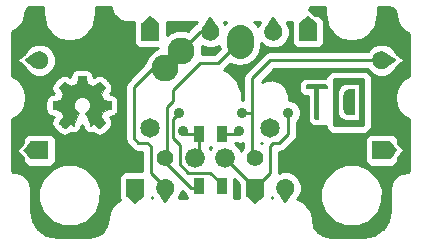
<source format=gbl>
G04 (created by PCBNEW (2013-may-18)-stable) date Sun 03 Jan 2016 02:51:13 PM EST*
%MOIN*%
G04 Gerber Fmt 3.4, Leading zero omitted, Abs format*
%FSLAX34Y34*%
G01*
G70*
G90*
G04 APERTURE LIST*
%ADD10C,0.00590551*%
%ADD11C,0.0001*%
%ADD12C,4.72441e-06*%
%ADD13C,0.065*%
%ADD14C,0.0590551*%
%ADD15R,0.0590551X0.0590551*%
%ADD16C,0.055*%
%ADD17R,0.035X0.055*%
%ADD18C,0.066*%
%ADD19C,0.09*%
%ADD20C,0.09*%
%ADD21C,0.035*%
%ADD22C,0.01*%
G04 APERTURE END LIST*
G54D10*
G54D11*
G36*
X103061Y-42834D02*
X102963Y-43060D01*
X102661Y-43060D01*
X102582Y-43060D01*
X102578Y-43060D01*
X102557Y-43061D01*
X102537Y-43063D01*
X102517Y-43066D01*
X102498Y-43070D01*
X102479Y-43076D01*
X102461Y-43083D01*
X102444Y-43091D01*
X102427Y-43100D01*
X102410Y-43111D01*
X102395Y-43122D01*
X102380Y-43134D01*
X102366Y-43147D01*
X102353Y-43161D01*
X102341Y-43175D01*
X102330Y-43191D01*
X102320Y-43207D01*
X102311Y-43224D01*
X102303Y-43242D01*
X102296Y-43260D01*
X102290Y-43279D01*
X102285Y-43298D01*
X102282Y-43318D01*
X102280Y-43338D01*
X102279Y-43359D01*
X102279Y-43942D01*
X102280Y-43962D01*
X102282Y-43983D01*
X102285Y-44002D01*
X102290Y-44022D01*
X102296Y-44040D01*
X102303Y-44059D01*
X102311Y-44076D01*
X102320Y-44093D01*
X102330Y-44109D01*
X102341Y-44125D01*
X102353Y-44140D01*
X102366Y-44154D01*
X102380Y-44167D01*
X102395Y-44179D01*
X102410Y-44190D01*
X102427Y-44200D01*
X102444Y-44209D01*
X102461Y-44217D01*
X102479Y-44224D01*
X102498Y-44230D01*
X102517Y-44234D01*
X102537Y-44238D01*
X102557Y-44240D01*
X102578Y-44240D01*
X102582Y-44240D01*
X102661Y-44240D01*
X102963Y-44240D01*
X102963Y-43060D01*
X103061Y-42834D01*
X103082Y-42836D01*
X103101Y-42841D01*
X103119Y-42848D01*
X103134Y-42858D01*
X103147Y-42870D01*
X103157Y-42883D01*
X103163Y-42898D01*
X103165Y-42914D01*
X103165Y-44386D01*
X103163Y-44402D01*
X103157Y-44417D01*
X103147Y-44431D01*
X103134Y-44443D01*
X103119Y-44452D01*
X103101Y-44460D01*
X103082Y-44465D01*
X103061Y-44466D01*
X102182Y-44466D01*
X102161Y-44465D01*
X102142Y-44460D01*
X102124Y-44452D01*
X102108Y-44443D01*
X102096Y-44431D01*
X102086Y-44417D01*
X102080Y-44402D01*
X102078Y-44386D01*
X102078Y-42914D01*
X102080Y-42898D01*
X102086Y-42883D01*
X102096Y-42870D01*
X102108Y-42858D01*
X102124Y-42848D01*
X102142Y-42841D01*
X102161Y-42836D01*
X102182Y-42834D01*
X103061Y-42834D01*
X103061Y-42834D01*
G37*
G36*
X102807Y-43212D02*
X102807Y-44088D01*
X102621Y-44088D01*
X102603Y-44087D01*
X102590Y-44085D01*
X102569Y-44081D01*
X102550Y-44074D01*
X102532Y-44066D01*
X102515Y-44055D01*
X102499Y-44043D01*
X102485Y-44030D01*
X102472Y-44015D01*
X102461Y-43998D01*
X102451Y-43980D01*
X102444Y-43962D01*
X102438Y-43942D01*
X102435Y-43921D01*
X102434Y-43900D01*
X102434Y-43400D01*
X102435Y-43379D01*
X102438Y-43359D01*
X102444Y-43340D01*
X102452Y-43321D01*
X102461Y-43304D01*
X102472Y-43288D01*
X102485Y-43274D01*
X102500Y-43260D01*
X102516Y-43248D01*
X102533Y-43237D01*
X102551Y-43228D01*
X102570Y-43221D01*
X102590Y-43215D01*
X102605Y-43213D01*
X102621Y-43212D01*
X102807Y-43212D01*
X102807Y-43212D01*
G37*
G36*
X101861Y-43057D02*
X101876Y-43060D01*
X101889Y-43069D01*
X101900Y-43083D01*
X101906Y-43100D01*
X101909Y-43120D01*
X101909Y-43154D01*
X101906Y-43174D01*
X101900Y-43192D01*
X101889Y-43206D01*
X101876Y-43215D01*
X101861Y-43218D01*
X101622Y-43218D01*
X101622Y-44184D01*
X101619Y-44203D01*
X101611Y-44219D01*
X101598Y-44232D01*
X101581Y-44241D01*
X101562Y-44244D01*
X101519Y-44244D01*
X101500Y-44241D01*
X101484Y-44232D01*
X101471Y-44219D01*
X101462Y-44203D01*
X101459Y-44184D01*
X101459Y-43218D01*
X101228Y-43218D01*
X101213Y-43215D01*
X101200Y-43206D01*
X101189Y-43192D01*
X101183Y-43174D01*
X101180Y-43154D01*
X101180Y-43120D01*
X101183Y-43100D01*
X101189Y-43083D01*
X101200Y-43069D01*
X101213Y-43060D01*
X101228Y-43057D01*
X101861Y-43057D01*
X101861Y-43057D01*
G37*
G36*
X100795Y-46498D02*
X100794Y-46478D01*
X100792Y-46458D01*
X100789Y-46439D01*
X100784Y-46420D01*
X100778Y-46401D01*
X100771Y-46383D01*
X100763Y-46366D01*
X100754Y-46349D01*
X100744Y-46333D01*
X100733Y-46318D01*
X100721Y-46303D01*
X100708Y-46289D01*
X100694Y-46277D01*
X100680Y-46265D01*
X100665Y-46253D01*
X100648Y-46243D01*
X100632Y-46234D01*
X100614Y-46226D01*
X100596Y-46219D01*
X100578Y-46214D01*
X100559Y-46209D01*
X100540Y-46206D01*
X100520Y-46204D01*
X100500Y-46203D01*
X100479Y-46204D01*
X100459Y-46206D01*
X100440Y-46209D01*
X100421Y-46214D01*
X100403Y-46219D01*
X100385Y-46226D01*
X100367Y-46234D01*
X100351Y-46243D01*
X100334Y-46253D01*
X100319Y-46265D01*
X100305Y-46277D01*
X100291Y-46289D01*
X100278Y-46303D01*
X100266Y-46318D01*
X100255Y-46333D01*
X100245Y-46349D01*
X100236Y-46366D01*
X100228Y-46383D01*
X100221Y-46401D01*
X100215Y-46420D01*
X100210Y-46439D01*
X100207Y-46458D01*
X100205Y-46478D01*
X100204Y-46498D01*
X100205Y-46519D01*
X100207Y-46538D01*
X100211Y-46558D01*
X100215Y-46577D01*
X100221Y-46595D01*
X100229Y-46613D01*
X100237Y-46631D01*
X100246Y-46647D01*
X100256Y-46668D01*
X100500Y-47026D01*
X100741Y-46668D01*
X100748Y-46657D01*
X100753Y-46647D01*
X100762Y-46631D01*
X100771Y-46613D01*
X100778Y-46595D01*
X100784Y-46577D01*
X100788Y-46558D01*
X100792Y-46539D01*
X100794Y-46519D01*
X100795Y-46498D01*
X100795Y-46498D01*
G37*
G36*
X96795Y-46498D02*
X96794Y-46478D01*
X96792Y-46458D01*
X96789Y-46439D01*
X96784Y-46420D01*
X96778Y-46401D01*
X96771Y-46383D01*
X96763Y-46366D01*
X96754Y-46349D01*
X96744Y-46333D01*
X96733Y-46318D01*
X96721Y-46303D01*
X96708Y-46289D01*
X96694Y-46277D01*
X96680Y-46265D01*
X96665Y-46253D01*
X96648Y-46243D01*
X96632Y-46234D01*
X96614Y-46226D01*
X96596Y-46219D01*
X96578Y-46214D01*
X96559Y-46209D01*
X96540Y-46206D01*
X96520Y-46204D01*
X96500Y-46203D01*
X96479Y-46204D01*
X96459Y-46206D01*
X96440Y-46209D01*
X96421Y-46214D01*
X96403Y-46219D01*
X96385Y-46226D01*
X96367Y-46234D01*
X96351Y-46243D01*
X96334Y-46253D01*
X96319Y-46265D01*
X96305Y-46277D01*
X96291Y-46289D01*
X96278Y-46303D01*
X96266Y-46318D01*
X96255Y-46333D01*
X96245Y-46349D01*
X96236Y-46366D01*
X96228Y-46383D01*
X96221Y-46401D01*
X96215Y-46420D01*
X96210Y-46439D01*
X96207Y-46458D01*
X96205Y-46478D01*
X96204Y-46498D01*
X96205Y-46519D01*
X96207Y-46538D01*
X96211Y-46558D01*
X96215Y-46577D01*
X96221Y-46595D01*
X96229Y-46613D01*
X96237Y-46631D01*
X96246Y-46647D01*
X96256Y-46668D01*
X96500Y-47026D01*
X96741Y-46668D01*
X96748Y-46657D01*
X96753Y-46647D01*
X96762Y-46631D01*
X96771Y-46613D01*
X96778Y-46595D01*
X96784Y-46577D01*
X96788Y-46558D01*
X96792Y-46539D01*
X96794Y-46519D01*
X96795Y-46498D01*
X96795Y-46498D01*
G37*
G36*
X92301Y-42545D02*
X92321Y-42544D01*
X92341Y-42542D01*
X92360Y-42539D01*
X92379Y-42534D01*
X92398Y-42528D01*
X92416Y-42521D01*
X92433Y-42513D01*
X92450Y-42504D01*
X92466Y-42494D01*
X92481Y-42483D01*
X92496Y-42471D01*
X92510Y-42458D01*
X92522Y-42444D01*
X92534Y-42430D01*
X92546Y-42415D01*
X92556Y-42398D01*
X92565Y-42382D01*
X92573Y-42364D01*
X92580Y-42346D01*
X92585Y-42328D01*
X92590Y-42309D01*
X92593Y-42290D01*
X92595Y-42270D01*
X92596Y-42250D01*
X92595Y-42229D01*
X92593Y-42209D01*
X92590Y-42190D01*
X92585Y-42171D01*
X92580Y-42153D01*
X92573Y-42135D01*
X92565Y-42117D01*
X92556Y-42101D01*
X92546Y-42084D01*
X92534Y-42069D01*
X92522Y-42055D01*
X92510Y-42041D01*
X92496Y-42028D01*
X92481Y-42016D01*
X92466Y-42005D01*
X92450Y-41995D01*
X92433Y-41986D01*
X92416Y-41978D01*
X92398Y-41971D01*
X92379Y-41965D01*
X92360Y-41960D01*
X92341Y-41957D01*
X92321Y-41955D01*
X92301Y-41954D01*
X92280Y-41955D01*
X92261Y-41957D01*
X92241Y-41961D01*
X92222Y-41965D01*
X92204Y-41971D01*
X92186Y-41979D01*
X92168Y-41987D01*
X92152Y-41996D01*
X92131Y-42006D01*
X91773Y-42250D01*
X92131Y-42491D01*
X92142Y-42498D01*
X92152Y-42503D01*
X92168Y-42512D01*
X92186Y-42521D01*
X92204Y-42528D01*
X92222Y-42534D01*
X92241Y-42538D01*
X92260Y-42542D01*
X92280Y-42544D01*
X92301Y-42545D01*
X92301Y-42545D01*
G37*
G36*
X103698Y-41954D02*
X103678Y-41955D01*
X103658Y-41957D01*
X103639Y-41960D01*
X103620Y-41965D01*
X103601Y-41971D01*
X103583Y-41978D01*
X103566Y-41986D01*
X103549Y-41995D01*
X103533Y-42005D01*
X103518Y-42016D01*
X103503Y-42028D01*
X103489Y-42041D01*
X103477Y-42055D01*
X103465Y-42069D01*
X103453Y-42084D01*
X103443Y-42101D01*
X103434Y-42117D01*
X103426Y-42135D01*
X103419Y-42153D01*
X103414Y-42171D01*
X103409Y-42190D01*
X103406Y-42209D01*
X103404Y-42229D01*
X103403Y-42250D01*
X103404Y-42270D01*
X103406Y-42290D01*
X103409Y-42309D01*
X103414Y-42328D01*
X103419Y-42346D01*
X103426Y-42364D01*
X103434Y-42382D01*
X103443Y-42398D01*
X103453Y-42415D01*
X103465Y-42430D01*
X103477Y-42444D01*
X103489Y-42458D01*
X103503Y-42471D01*
X103518Y-42483D01*
X103533Y-42494D01*
X103549Y-42504D01*
X103566Y-42513D01*
X103583Y-42521D01*
X103601Y-42528D01*
X103620Y-42534D01*
X103639Y-42539D01*
X103658Y-42542D01*
X103678Y-42544D01*
X103698Y-42545D01*
X103719Y-42544D01*
X103738Y-42542D01*
X103758Y-42538D01*
X103777Y-42534D01*
X103795Y-42528D01*
X103813Y-42520D01*
X103831Y-42512D01*
X103847Y-42503D01*
X103868Y-42493D01*
X104226Y-42250D01*
X103868Y-42008D01*
X103857Y-42001D01*
X103847Y-41996D01*
X103831Y-41987D01*
X103813Y-41978D01*
X103795Y-41971D01*
X103777Y-41965D01*
X103758Y-41961D01*
X103739Y-41957D01*
X103719Y-41955D01*
X103698Y-41954D01*
X103698Y-41954D01*
G37*
G36*
X99804Y-41301D02*
X99805Y-41321D01*
X99807Y-41341D01*
X99810Y-41360D01*
X99815Y-41379D01*
X99821Y-41398D01*
X99828Y-41416D01*
X99836Y-41433D01*
X99845Y-41450D01*
X99855Y-41466D01*
X99866Y-41481D01*
X99878Y-41496D01*
X99891Y-41510D01*
X99905Y-41522D01*
X99919Y-41534D01*
X99934Y-41546D01*
X99951Y-41556D01*
X99967Y-41565D01*
X99985Y-41573D01*
X100003Y-41580D01*
X100021Y-41585D01*
X100040Y-41590D01*
X100059Y-41593D01*
X100079Y-41595D01*
X100100Y-41596D01*
X100120Y-41595D01*
X100140Y-41593D01*
X100159Y-41590D01*
X100178Y-41585D01*
X100196Y-41580D01*
X100214Y-41573D01*
X100232Y-41565D01*
X100248Y-41556D01*
X100265Y-41546D01*
X100280Y-41534D01*
X100294Y-41522D01*
X100308Y-41510D01*
X100321Y-41496D01*
X100333Y-41481D01*
X100344Y-41466D01*
X100354Y-41450D01*
X100363Y-41433D01*
X100371Y-41416D01*
X100378Y-41398D01*
X100384Y-41379D01*
X100389Y-41360D01*
X100392Y-41341D01*
X100394Y-41321D01*
X100395Y-41301D01*
X100394Y-41280D01*
X100392Y-41261D01*
X100388Y-41241D01*
X100384Y-41222D01*
X100378Y-41204D01*
X100370Y-41186D01*
X100362Y-41168D01*
X100353Y-41152D01*
X100343Y-41131D01*
X100100Y-40773D01*
X99858Y-41131D01*
X99851Y-41142D01*
X99846Y-41152D01*
X99837Y-41168D01*
X99828Y-41186D01*
X99821Y-41204D01*
X99815Y-41222D01*
X99811Y-41241D01*
X99807Y-41260D01*
X99805Y-41280D01*
X99804Y-41301D01*
X99804Y-41301D01*
G37*
G36*
X97704Y-41301D02*
X97705Y-41321D01*
X97707Y-41341D01*
X97710Y-41360D01*
X97715Y-41379D01*
X97721Y-41398D01*
X97728Y-41416D01*
X97736Y-41433D01*
X97745Y-41450D01*
X97755Y-41466D01*
X97766Y-41481D01*
X97778Y-41496D01*
X97791Y-41510D01*
X97805Y-41522D01*
X97819Y-41534D01*
X97834Y-41546D01*
X97851Y-41556D01*
X97867Y-41565D01*
X97885Y-41573D01*
X97903Y-41580D01*
X97921Y-41585D01*
X97940Y-41590D01*
X97959Y-41593D01*
X97979Y-41595D01*
X98000Y-41596D01*
X98020Y-41595D01*
X98040Y-41593D01*
X98059Y-41590D01*
X98078Y-41585D01*
X98096Y-41580D01*
X98114Y-41573D01*
X98132Y-41565D01*
X98148Y-41556D01*
X98165Y-41546D01*
X98180Y-41534D01*
X98194Y-41522D01*
X98208Y-41510D01*
X98221Y-41496D01*
X98233Y-41481D01*
X98244Y-41466D01*
X98254Y-41450D01*
X98263Y-41433D01*
X98271Y-41416D01*
X98278Y-41398D01*
X98284Y-41379D01*
X98289Y-41360D01*
X98292Y-41341D01*
X98294Y-41321D01*
X98295Y-41301D01*
X98294Y-41280D01*
X98292Y-41261D01*
X98288Y-41241D01*
X98284Y-41222D01*
X98278Y-41204D01*
X98270Y-41186D01*
X98262Y-41168D01*
X98253Y-41152D01*
X98243Y-41131D01*
X98000Y-40773D01*
X97758Y-41131D01*
X97751Y-41142D01*
X97746Y-41152D01*
X97737Y-41168D01*
X97728Y-41186D01*
X97721Y-41204D01*
X97715Y-41222D01*
X97711Y-41241D01*
X97707Y-41260D01*
X97705Y-41280D01*
X97704Y-41301D01*
X97704Y-41301D01*
G37*
G36*
X95704Y-41594D02*
X96295Y-41594D01*
X96295Y-41004D01*
X96149Y-40883D01*
X96000Y-40765D01*
X95854Y-40883D01*
X95704Y-41004D01*
X95704Y-41594D01*
X95704Y-41594D01*
G37*
G36*
X100954Y-41594D02*
X101545Y-41594D01*
X101545Y-41004D01*
X101399Y-40883D01*
X101250Y-40765D01*
X101104Y-40883D01*
X100954Y-41004D01*
X100954Y-41594D01*
X100954Y-41594D01*
G37*
G36*
X103405Y-44954D02*
X103405Y-45545D01*
X103995Y-45545D01*
X104116Y-45399D01*
X104234Y-45250D01*
X104116Y-45104D01*
X103995Y-44954D01*
X103405Y-44954D01*
X103405Y-44954D01*
G37*
G36*
X99795Y-46205D02*
X99204Y-46205D01*
X99204Y-46795D01*
X99350Y-46916D01*
X99500Y-47034D01*
X99645Y-46916D01*
X99795Y-46795D01*
X99795Y-46205D01*
X99795Y-46205D01*
G37*
G36*
X95795Y-46205D02*
X95204Y-46205D01*
X95204Y-46795D01*
X95350Y-46916D01*
X95500Y-47034D01*
X95645Y-46916D01*
X95795Y-46795D01*
X95795Y-46205D01*
X95795Y-46205D01*
G37*
G36*
X92594Y-45545D02*
X92594Y-44954D01*
X92004Y-44954D01*
X91883Y-45100D01*
X91765Y-45250D01*
X91883Y-45395D01*
X92004Y-45545D01*
X92594Y-45545D01*
X92594Y-45545D01*
G37*
G36*
X92762Y-43613D02*
X92784Y-43608D01*
X92805Y-43605D01*
X92998Y-43569D01*
X93012Y-43557D01*
X93085Y-43387D01*
X93084Y-43369D01*
X92971Y-43204D01*
X92959Y-43187D01*
X92946Y-43168D01*
X92947Y-43151D01*
X92953Y-43145D01*
X92964Y-43135D01*
X92979Y-43120D01*
X92991Y-43108D01*
X93002Y-43096D01*
X93014Y-43084D01*
X93026Y-43073D01*
X93041Y-43058D01*
X93053Y-43046D01*
X93065Y-43034D01*
X93077Y-43022D01*
X93088Y-43010D01*
X93103Y-42995D01*
X93114Y-42985D01*
X93120Y-42979D01*
X93136Y-42977D01*
X93155Y-42990D01*
X93173Y-43002D01*
X93341Y-43118D01*
X93359Y-43119D01*
X93523Y-43052D01*
X93536Y-43038D01*
X93573Y-42837D01*
X93577Y-42816D01*
X93581Y-42793D01*
X93594Y-42783D01*
X93605Y-42783D01*
X93617Y-42783D01*
X93638Y-42783D01*
X93655Y-42783D01*
X93672Y-42783D01*
X93688Y-42783D01*
X93705Y-42783D01*
X93726Y-42783D01*
X93743Y-42783D01*
X93760Y-42783D01*
X93777Y-42783D01*
X93793Y-42783D01*
X93815Y-42783D01*
X93826Y-42783D01*
X93838Y-42783D01*
X93850Y-42793D01*
X93854Y-42816D01*
X93858Y-42837D01*
X93896Y-43038D01*
X93908Y-43052D01*
X94072Y-43119D01*
X94091Y-43118D01*
X94259Y-43002D01*
X94276Y-42990D01*
X94295Y-42977D01*
X94312Y-42979D01*
X94318Y-42985D01*
X94328Y-42995D01*
X94343Y-43010D01*
X94355Y-43022D01*
X94367Y-43034D01*
X94378Y-43046D01*
X94390Y-43058D01*
X94405Y-43073D01*
X94417Y-43084D01*
X94429Y-43096D01*
X94441Y-43108D01*
X94453Y-43120D01*
X94468Y-43135D01*
X94478Y-43145D01*
X94484Y-43151D01*
X94486Y-43168D01*
X94473Y-43187D01*
X94460Y-43204D01*
X94348Y-43369D01*
X94346Y-43387D01*
X94419Y-43557D01*
X94433Y-43569D01*
X94626Y-43605D01*
X94647Y-43608D01*
X94670Y-43613D01*
X94680Y-43625D01*
X94680Y-43634D01*
X94680Y-43648D01*
X94680Y-43670D01*
X94680Y-43686D01*
X94680Y-43703D01*
X94680Y-43720D01*
X94680Y-43737D01*
X94680Y-43758D01*
X94680Y-43775D01*
X94680Y-43791D01*
X94680Y-43808D01*
X94680Y-43825D01*
X94680Y-43846D01*
X94680Y-43858D01*
X94680Y-43869D01*
X94670Y-43882D01*
X94647Y-43886D01*
X94626Y-43890D01*
X94439Y-43925D01*
X94425Y-43937D01*
X94353Y-44117D01*
X94354Y-44136D01*
X94460Y-44290D01*
X94473Y-44308D01*
X94486Y-44327D01*
X94484Y-44343D01*
X94478Y-44349D01*
X94468Y-44359D01*
X94453Y-44375D01*
X94441Y-44386D01*
X94429Y-44398D01*
X94417Y-44410D01*
X94405Y-44422D01*
X94390Y-44437D01*
X94378Y-44449D01*
X94367Y-44461D01*
X94355Y-44472D01*
X94343Y-44484D01*
X94328Y-44499D01*
X94318Y-44509D01*
X94312Y-44516D01*
X94295Y-44517D01*
X94276Y-44504D01*
X94259Y-44492D01*
X94107Y-44388D01*
X94089Y-44387D01*
X94058Y-44405D01*
X94039Y-44415D01*
X94007Y-44432D01*
X93993Y-44427D01*
X93979Y-44393D01*
X93971Y-44373D01*
X93840Y-44056D01*
X93831Y-44036D01*
X93822Y-44014D01*
X93827Y-43998D01*
X93848Y-43986D01*
X93861Y-43976D01*
X93878Y-43964D01*
X93893Y-43951D01*
X93908Y-43937D01*
X93922Y-43922D01*
X93934Y-43906D01*
X93946Y-43889D01*
X93956Y-43871D01*
X93965Y-43852D01*
X93972Y-43833D01*
X93978Y-43812D01*
X93982Y-43792D01*
X93984Y-43770D01*
X93985Y-43749D01*
X93985Y-43728D01*
X93982Y-43709D01*
X93979Y-43689D01*
X93974Y-43671D01*
X93968Y-43652D01*
X93960Y-43635D01*
X93952Y-43618D01*
X93942Y-43602D01*
X93931Y-43586D01*
X93919Y-43572D01*
X93906Y-43558D01*
X93893Y-43545D01*
X93878Y-43533D01*
X93863Y-43522D01*
X93846Y-43513D01*
X93829Y-43504D01*
X93812Y-43497D01*
X93794Y-43490D01*
X93775Y-43485D01*
X93756Y-43482D01*
X93736Y-43480D01*
X93716Y-43479D01*
X93696Y-43480D01*
X93676Y-43482D01*
X93657Y-43485D01*
X93638Y-43490D01*
X93620Y-43497D01*
X93602Y-43504D01*
X93585Y-43513D01*
X93569Y-43522D01*
X93553Y-43533D01*
X93539Y-43545D01*
X93525Y-43558D01*
X93512Y-43572D01*
X93500Y-43586D01*
X93490Y-43602D01*
X93480Y-43618D01*
X93471Y-43635D01*
X93464Y-43652D01*
X93457Y-43671D01*
X93453Y-43689D01*
X93449Y-43709D01*
X93447Y-43728D01*
X93446Y-43749D01*
X93447Y-43770D01*
X93450Y-43792D01*
X93454Y-43812D01*
X93460Y-43833D01*
X93467Y-43852D01*
X93476Y-43871D01*
X93486Y-43889D01*
X93497Y-43906D01*
X93510Y-43922D01*
X93523Y-43937D01*
X93538Y-43951D01*
X93554Y-43964D01*
X93571Y-43976D01*
X93584Y-43986D01*
X93604Y-43998D01*
X93609Y-44014D01*
X93600Y-44036D01*
X93592Y-44056D01*
X93461Y-44373D01*
X93453Y-44393D01*
X93439Y-44427D01*
X93425Y-44432D01*
X93392Y-44415D01*
X93373Y-44405D01*
X93342Y-44387D01*
X93324Y-44388D01*
X93173Y-44492D01*
X93155Y-44504D01*
X93136Y-44517D01*
X93120Y-44516D01*
X93112Y-44508D01*
X93103Y-44499D01*
X93088Y-44484D01*
X93077Y-44472D01*
X93065Y-44461D01*
X93053Y-44449D01*
X93041Y-44437D01*
X93026Y-44422D01*
X93014Y-44410D01*
X93002Y-44398D01*
X92991Y-44386D01*
X92979Y-44375D01*
X92964Y-44359D01*
X92953Y-44349D01*
X92947Y-44343D01*
X92946Y-44327D01*
X92959Y-44308D01*
X92971Y-44290D01*
X93077Y-44136D01*
X93078Y-44117D01*
X93006Y-43937D01*
X92993Y-43925D01*
X92805Y-43890D01*
X92784Y-43886D01*
X92762Y-43882D01*
X92751Y-43869D01*
X92751Y-43858D01*
X92751Y-43846D01*
X92751Y-43825D01*
X92751Y-43808D01*
X92751Y-43791D01*
X92751Y-43775D01*
X92751Y-43758D01*
X92751Y-43737D01*
X92751Y-43720D01*
X92751Y-43703D01*
X92751Y-43686D01*
X92751Y-43670D01*
X92751Y-43648D01*
X92751Y-43634D01*
X92751Y-43625D01*
X92762Y-43613D01*
X92762Y-43613D01*
X92762Y-43613D01*
G37*
G54D12*
X92762Y-43613D02*
X92784Y-43608D01*
X92784Y-43608D02*
X92805Y-43605D01*
X92805Y-43605D02*
X92998Y-43569D01*
X92998Y-43569D02*
X93012Y-43557D01*
X93012Y-43557D02*
X93085Y-43387D01*
X93085Y-43387D02*
X93084Y-43369D01*
X93084Y-43369D02*
X92971Y-43204D01*
X92971Y-43204D02*
X92959Y-43187D01*
X92959Y-43187D02*
X92946Y-43168D01*
X92946Y-43168D02*
X92947Y-43151D01*
X92947Y-43151D02*
X92953Y-43145D01*
X92953Y-43145D02*
X92964Y-43135D01*
X92964Y-43135D02*
X92979Y-43120D01*
X92979Y-43120D02*
X92991Y-43108D01*
X92991Y-43108D02*
X93002Y-43096D01*
X93002Y-43096D02*
X93014Y-43084D01*
X93014Y-43084D02*
X93026Y-43073D01*
X93026Y-43073D02*
X93041Y-43058D01*
X93041Y-43058D02*
X93053Y-43046D01*
X93053Y-43046D02*
X93065Y-43034D01*
X93065Y-43034D02*
X93077Y-43022D01*
X93077Y-43022D02*
X93088Y-43010D01*
X93088Y-43010D02*
X93103Y-42995D01*
X93103Y-42995D02*
X93114Y-42985D01*
X93114Y-42985D02*
X93120Y-42979D01*
X93120Y-42979D02*
X93136Y-42977D01*
X93136Y-42977D02*
X93155Y-42990D01*
X93155Y-42990D02*
X93173Y-43002D01*
X93173Y-43002D02*
X93341Y-43118D01*
X93341Y-43118D02*
X93359Y-43119D01*
X93359Y-43119D02*
X93523Y-43052D01*
X93523Y-43052D02*
X93536Y-43038D01*
X93536Y-43038D02*
X93573Y-42837D01*
X93573Y-42837D02*
X93577Y-42816D01*
X93577Y-42816D02*
X93581Y-42793D01*
X93581Y-42793D02*
X93594Y-42783D01*
X93594Y-42783D02*
X93605Y-42783D01*
X93605Y-42783D02*
X93617Y-42783D01*
X93617Y-42783D02*
X93638Y-42783D01*
X93638Y-42783D02*
X93655Y-42783D01*
X93655Y-42783D02*
X93672Y-42783D01*
X93672Y-42783D02*
X93688Y-42783D01*
X93688Y-42783D02*
X93705Y-42783D01*
X93705Y-42783D02*
X93726Y-42783D01*
X93726Y-42783D02*
X93743Y-42783D01*
X93743Y-42783D02*
X93760Y-42783D01*
X93760Y-42783D02*
X93777Y-42783D01*
X93777Y-42783D02*
X93793Y-42783D01*
X93793Y-42783D02*
X93815Y-42783D01*
X93815Y-42783D02*
X93826Y-42783D01*
X93826Y-42783D02*
X93838Y-42783D01*
X93838Y-42783D02*
X93850Y-42793D01*
X93850Y-42793D02*
X93854Y-42816D01*
X93854Y-42816D02*
X93858Y-42837D01*
X93858Y-42837D02*
X93896Y-43038D01*
X93896Y-43038D02*
X93908Y-43052D01*
X93908Y-43052D02*
X94072Y-43119D01*
X94072Y-43119D02*
X94091Y-43118D01*
X94091Y-43118D02*
X94259Y-43002D01*
X94259Y-43002D02*
X94276Y-42990D01*
X94276Y-42990D02*
X94295Y-42977D01*
X94295Y-42977D02*
X94312Y-42979D01*
X94312Y-42979D02*
X94318Y-42985D01*
X94318Y-42985D02*
X94328Y-42995D01*
X94328Y-42995D02*
X94343Y-43010D01*
X94343Y-43010D02*
X94355Y-43022D01*
X94355Y-43022D02*
X94367Y-43034D01*
X94367Y-43034D02*
X94378Y-43046D01*
X94378Y-43046D02*
X94390Y-43058D01*
X94390Y-43058D02*
X94405Y-43073D01*
X94405Y-43073D02*
X94417Y-43084D01*
X94417Y-43084D02*
X94429Y-43096D01*
X94429Y-43096D02*
X94441Y-43108D01*
X94441Y-43108D02*
X94453Y-43120D01*
X94453Y-43120D02*
X94468Y-43135D01*
X94468Y-43135D02*
X94478Y-43145D01*
X94478Y-43145D02*
X94484Y-43151D01*
X94484Y-43151D02*
X94486Y-43168D01*
X94486Y-43168D02*
X94473Y-43187D01*
X94473Y-43187D02*
X94460Y-43204D01*
X94460Y-43204D02*
X94348Y-43369D01*
X94348Y-43369D02*
X94346Y-43387D01*
X94346Y-43387D02*
X94419Y-43557D01*
X94419Y-43557D02*
X94433Y-43569D01*
X94433Y-43569D02*
X94626Y-43605D01*
X94626Y-43605D02*
X94647Y-43608D01*
X94647Y-43608D02*
X94670Y-43613D01*
X94670Y-43613D02*
X94680Y-43625D01*
X94680Y-43625D02*
X94680Y-43634D01*
X94680Y-43634D02*
X94680Y-43648D01*
X94680Y-43648D02*
X94680Y-43670D01*
X94680Y-43670D02*
X94680Y-43686D01*
X94680Y-43686D02*
X94680Y-43703D01*
X94680Y-43703D02*
X94680Y-43720D01*
X94680Y-43720D02*
X94680Y-43737D01*
X94680Y-43737D02*
X94680Y-43758D01*
X94680Y-43758D02*
X94680Y-43775D01*
X94680Y-43775D02*
X94680Y-43791D01*
X94680Y-43791D02*
X94680Y-43808D01*
X94680Y-43808D02*
X94680Y-43825D01*
X94680Y-43825D02*
X94680Y-43846D01*
X94680Y-43846D02*
X94680Y-43858D01*
X94680Y-43858D02*
X94680Y-43869D01*
X94680Y-43869D02*
X94670Y-43882D01*
X94670Y-43882D02*
X94647Y-43886D01*
X94647Y-43886D02*
X94626Y-43890D01*
X94626Y-43890D02*
X94439Y-43925D01*
X94439Y-43925D02*
X94425Y-43937D01*
X94425Y-43937D02*
X94353Y-44117D01*
X94353Y-44117D02*
X94354Y-44136D01*
X94354Y-44136D02*
X94460Y-44290D01*
X94460Y-44290D02*
X94473Y-44308D01*
X94473Y-44308D02*
X94486Y-44327D01*
X94486Y-44327D02*
X94484Y-44343D01*
X94484Y-44343D02*
X94478Y-44349D01*
X94478Y-44349D02*
X94468Y-44359D01*
X94468Y-44359D02*
X94453Y-44375D01*
X94453Y-44375D02*
X94441Y-44386D01*
X94441Y-44386D02*
X94429Y-44398D01*
X94429Y-44398D02*
X94417Y-44410D01*
X94417Y-44410D02*
X94405Y-44422D01*
X94405Y-44422D02*
X94390Y-44437D01*
X94390Y-44437D02*
X94378Y-44449D01*
X94378Y-44449D02*
X94367Y-44461D01*
X94367Y-44461D02*
X94355Y-44472D01*
X94355Y-44472D02*
X94343Y-44484D01*
X94343Y-44484D02*
X94328Y-44499D01*
X94328Y-44499D02*
X94318Y-44509D01*
X94318Y-44509D02*
X94312Y-44516D01*
X94312Y-44516D02*
X94295Y-44517D01*
X94295Y-44517D02*
X94276Y-44504D01*
X94276Y-44504D02*
X94259Y-44492D01*
X94259Y-44492D02*
X94107Y-44388D01*
X94107Y-44388D02*
X94089Y-44387D01*
X94089Y-44387D02*
X94058Y-44405D01*
X94058Y-44405D02*
X94039Y-44415D01*
X94039Y-44415D02*
X94007Y-44432D01*
X94007Y-44432D02*
X93993Y-44427D01*
X93993Y-44427D02*
X93979Y-44393D01*
X93979Y-44393D02*
X93971Y-44373D01*
X93971Y-44373D02*
X93840Y-44056D01*
X93840Y-44056D02*
X93831Y-44036D01*
X93831Y-44036D02*
X93822Y-44014D01*
X93822Y-44014D02*
X93827Y-43998D01*
X93827Y-43998D02*
X93848Y-43986D01*
X93848Y-43986D02*
X93861Y-43976D01*
X93861Y-43976D02*
X93878Y-43964D01*
X93878Y-43964D02*
X93893Y-43951D01*
X93893Y-43951D02*
X93908Y-43937D01*
X93908Y-43937D02*
X93922Y-43922D01*
X93922Y-43922D02*
X93934Y-43906D01*
X93934Y-43906D02*
X93946Y-43889D01*
X93946Y-43889D02*
X93956Y-43871D01*
X93956Y-43871D02*
X93965Y-43852D01*
X93965Y-43852D02*
X93972Y-43833D01*
X93972Y-43833D02*
X93978Y-43812D01*
X93978Y-43812D02*
X93982Y-43792D01*
X93982Y-43792D02*
X93984Y-43770D01*
X93984Y-43770D02*
X93985Y-43749D01*
X93985Y-43749D02*
X93985Y-43728D01*
X93985Y-43728D02*
X93982Y-43709D01*
X93982Y-43709D02*
X93979Y-43689D01*
X93979Y-43689D02*
X93974Y-43671D01*
X93974Y-43671D02*
X93968Y-43652D01*
X93968Y-43652D02*
X93960Y-43635D01*
X93960Y-43635D02*
X93952Y-43618D01*
X93952Y-43618D02*
X93942Y-43602D01*
X93942Y-43602D02*
X93931Y-43586D01*
X93931Y-43586D02*
X93919Y-43572D01*
X93919Y-43572D02*
X93906Y-43558D01*
X93906Y-43558D02*
X93893Y-43545D01*
X93893Y-43545D02*
X93878Y-43533D01*
X93878Y-43533D02*
X93863Y-43522D01*
X93863Y-43522D02*
X93846Y-43513D01*
X93846Y-43513D02*
X93829Y-43504D01*
X93829Y-43504D02*
X93812Y-43497D01*
X93812Y-43497D02*
X93794Y-43490D01*
X93794Y-43490D02*
X93775Y-43485D01*
X93775Y-43485D02*
X93756Y-43482D01*
X93756Y-43482D02*
X93736Y-43480D01*
X93736Y-43480D02*
X93716Y-43479D01*
X93716Y-43479D02*
X93696Y-43480D01*
X93696Y-43480D02*
X93676Y-43482D01*
X93676Y-43482D02*
X93657Y-43485D01*
X93657Y-43485D02*
X93638Y-43490D01*
X93638Y-43490D02*
X93620Y-43497D01*
X93620Y-43497D02*
X93602Y-43504D01*
X93602Y-43504D02*
X93585Y-43513D01*
X93585Y-43513D02*
X93569Y-43522D01*
X93569Y-43522D02*
X93553Y-43533D01*
X93553Y-43533D02*
X93539Y-43545D01*
X93539Y-43545D02*
X93525Y-43558D01*
X93525Y-43558D02*
X93512Y-43572D01*
X93512Y-43572D02*
X93500Y-43586D01*
X93500Y-43586D02*
X93490Y-43602D01*
X93490Y-43602D02*
X93480Y-43618D01*
X93480Y-43618D02*
X93471Y-43635D01*
X93471Y-43635D02*
X93464Y-43652D01*
X93464Y-43652D02*
X93457Y-43671D01*
X93457Y-43671D02*
X93453Y-43689D01*
X93453Y-43689D02*
X93449Y-43709D01*
X93449Y-43709D02*
X93447Y-43728D01*
X93447Y-43728D02*
X93446Y-43749D01*
X93446Y-43749D02*
X93447Y-43770D01*
X93447Y-43770D02*
X93450Y-43792D01*
X93450Y-43792D02*
X93454Y-43812D01*
X93454Y-43812D02*
X93460Y-43833D01*
X93460Y-43833D02*
X93467Y-43852D01*
X93467Y-43852D02*
X93476Y-43871D01*
X93476Y-43871D02*
X93486Y-43889D01*
X93486Y-43889D02*
X93497Y-43906D01*
X93497Y-43906D02*
X93510Y-43922D01*
X93510Y-43922D02*
X93523Y-43937D01*
X93523Y-43937D02*
X93538Y-43951D01*
X93538Y-43951D02*
X93554Y-43964D01*
X93554Y-43964D02*
X93571Y-43976D01*
X93571Y-43976D02*
X93584Y-43986D01*
X93584Y-43986D02*
X93604Y-43998D01*
X93604Y-43998D02*
X93609Y-44014D01*
X93609Y-44014D02*
X93600Y-44036D01*
X93600Y-44036D02*
X93592Y-44056D01*
X93592Y-44056D02*
X93461Y-44373D01*
X93461Y-44373D02*
X93453Y-44393D01*
X93453Y-44393D02*
X93439Y-44427D01*
X93439Y-44427D02*
X93425Y-44432D01*
X93425Y-44432D02*
X93392Y-44415D01*
X93392Y-44415D02*
X93373Y-44405D01*
X93373Y-44405D02*
X93342Y-44387D01*
X93342Y-44387D02*
X93324Y-44388D01*
X93324Y-44388D02*
X93173Y-44492D01*
X93173Y-44492D02*
X93155Y-44504D01*
X93155Y-44504D02*
X93136Y-44517D01*
X93136Y-44517D02*
X93120Y-44516D01*
X93120Y-44516D02*
X93112Y-44508D01*
X93112Y-44508D02*
X93103Y-44499D01*
X93103Y-44499D02*
X93088Y-44484D01*
X93088Y-44484D02*
X93077Y-44472D01*
X93077Y-44472D02*
X93065Y-44461D01*
X93065Y-44461D02*
X93053Y-44449D01*
X93053Y-44449D02*
X93041Y-44437D01*
X93041Y-44437D02*
X93026Y-44422D01*
X93026Y-44422D02*
X93014Y-44410D01*
X93014Y-44410D02*
X93002Y-44398D01*
X93002Y-44398D02*
X92991Y-44386D01*
X92991Y-44386D02*
X92979Y-44375D01*
X92979Y-44375D02*
X92964Y-44359D01*
X92964Y-44359D02*
X92953Y-44349D01*
X92953Y-44349D02*
X92947Y-44343D01*
X92947Y-44343D02*
X92946Y-44327D01*
X92946Y-44327D02*
X92959Y-44308D01*
X92959Y-44308D02*
X92971Y-44290D01*
X92971Y-44290D02*
X93077Y-44136D01*
X93077Y-44136D02*
X93078Y-44117D01*
X93078Y-44117D02*
X93006Y-43937D01*
X93006Y-43937D02*
X92993Y-43925D01*
X92993Y-43925D02*
X92805Y-43890D01*
X92805Y-43890D02*
X92784Y-43886D01*
X92784Y-43886D02*
X92762Y-43882D01*
X92762Y-43882D02*
X92751Y-43869D01*
X92751Y-43869D02*
X92751Y-43858D01*
X92751Y-43858D02*
X92751Y-43846D01*
X92751Y-43846D02*
X92751Y-43825D01*
X92751Y-43825D02*
X92751Y-43808D01*
X92751Y-43808D02*
X92751Y-43791D01*
X92751Y-43791D02*
X92751Y-43775D01*
X92751Y-43775D02*
X92751Y-43758D01*
X92751Y-43758D02*
X92751Y-43737D01*
X92751Y-43737D02*
X92751Y-43720D01*
X92751Y-43720D02*
X92751Y-43703D01*
X92751Y-43703D02*
X92751Y-43686D01*
X92751Y-43686D02*
X92751Y-43670D01*
X92751Y-43670D02*
X92751Y-43648D01*
X92751Y-43648D02*
X92751Y-43634D01*
X92751Y-43634D02*
X92751Y-43625D01*
X92751Y-43625D02*
X92762Y-43613D01*
X92762Y-43613D02*
X92762Y-43613D01*
G54D13*
X96000Y-44500D03*
X100000Y-44500D03*
G54D14*
X98000Y-41300D03*
G54D15*
X96000Y-41300D03*
X92300Y-45250D03*
G54D14*
X92300Y-42250D03*
G54D15*
X95500Y-46500D03*
G54D14*
X100100Y-41300D03*
X103700Y-42250D03*
G54D15*
X103700Y-45250D03*
G54D16*
X99500Y-45500D03*
X96500Y-45500D03*
G54D14*
X96500Y-46500D03*
G54D15*
X99500Y-46500D03*
G54D17*
X97625Y-46450D03*
X98375Y-46450D03*
X97625Y-44700D03*
X98375Y-44700D03*
G54D18*
X97500Y-45500D03*
X98500Y-45500D03*
G54D14*
X100500Y-46500D03*
G54D15*
X101250Y-41300D03*
G54D19*
X99000Y-41500D02*
X98984Y-41728D01*
G54D20*
X97015Y-41925D03*
X96500Y-42500D03*
G54D21*
X100600Y-44000D03*
X98950Y-44600D03*
X96950Y-44000D03*
X99050Y-44000D03*
X97100Y-44600D03*
G54D22*
X100000Y-45300D02*
X100000Y-45100D01*
X100600Y-44000D02*
X100600Y-44300D01*
X100000Y-45300D02*
X100000Y-46000D01*
X99500Y-46500D02*
X100000Y-46000D01*
X100600Y-44700D02*
X100600Y-44300D01*
X100300Y-45000D02*
X100600Y-44700D01*
X100100Y-45000D02*
X100300Y-45000D01*
X100000Y-45100D02*
X100100Y-45000D01*
X98500Y-45500D02*
X99500Y-46500D01*
X98375Y-44700D02*
X98850Y-44700D01*
X98850Y-44700D02*
X98950Y-44600D01*
X96010Y-45260D02*
X96010Y-45110D01*
X96500Y-46490D02*
X96010Y-46000D01*
X96010Y-46000D02*
X96010Y-45260D01*
X96100Y-42500D02*
X95450Y-43150D01*
X95450Y-43150D02*
X95450Y-43300D01*
X95450Y-44700D02*
X95450Y-43300D01*
X96500Y-42500D02*
X96100Y-42500D01*
X95450Y-44850D02*
X95450Y-44700D01*
X95600Y-45000D02*
X95450Y-44850D01*
X95900Y-45000D02*
X95600Y-45000D01*
X96010Y-45110D02*
X95900Y-45000D01*
X98000Y-41300D02*
X97640Y-41300D01*
X97640Y-41300D02*
X97015Y-41925D01*
X96250Y-42500D02*
X96500Y-42500D01*
X103700Y-42250D02*
X103050Y-42250D01*
X99400Y-42850D02*
X99400Y-44000D01*
X100000Y-42250D02*
X99400Y-42850D01*
X103050Y-42250D02*
X100000Y-42250D01*
X97250Y-46000D02*
X96970Y-45720D01*
X98375Y-46375D02*
X98000Y-46000D01*
X98000Y-46000D02*
X97250Y-46000D01*
X96750Y-44200D02*
X96950Y-44000D01*
X96750Y-44850D02*
X96750Y-44200D01*
X98375Y-46375D02*
X98375Y-46450D01*
X96970Y-45070D02*
X96750Y-44850D01*
X96970Y-45720D02*
X96970Y-45070D01*
X99050Y-44000D02*
X99400Y-44000D01*
X99400Y-45400D02*
X99500Y-45500D01*
X99400Y-44000D02*
X99400Y-45400D01*
X97200Y-44700D02*
X97100Y-44600D01*
X97200Y-44700D02*
X97625Y-44700D01*
X97625Y-44700D02*
X97625Y-45375D01*
X97625Y-45375D02*
X97500Y-45500D01*
X97650Y-42350D02*
X98256Y-42350D01*
X96750Y-43600D02*
X96549Y-43800D01*
X96549Y-43800D02*
X96549Y-45450D01*
X96500Y-45500D02*
X96549Y-45450D01*
X97650Y-42350D02*
X96750Y-43250D01*
X96750Y-43250D02*
X96750Y-43600D01*
X98256Y-42350D02*
X98992Y-41614D01*
X96500Y-45500D02*
X96500Y-45650D01*
X97575Y-46500D02*
X97625Y-46450D01*
X97350Y-46500D02*
X97575Y-46500D01*
X96500Y-45650D02*
X97350Y-46500D01*
X96500Y-45500D02*
X96500Y-45474D01*
G54D10*
G36*
X96059Y-46830D02*
X96045Y-46830D01*
X96045Y-46816D01*
X96059Y-46830D01*
X96059Y-46830D01*
G37*
G54D22*
X96059Y-46830D02*
X96045Y-46830D01*
X96045Y-46816D01*
X96059Y-46830D01*
G54D10*
G36*
X96251Y-41845D02*
X96104Y-41906D01*
X95906Y-42102D01*
X95800Y-42360D01*
X95800Y-42375D01*
X95237Y-42937D01*
X95172Y-43035D01*
X95150Y-43150D01*
X95150Y-43300D01*
X95150Y-44700D01*
X95150Y-44850D01*
X95172Y-44964D01*
X95237Y-45062D01*
X95387Y-45212D01*
X95387Y-45212D01*
X95485Y-45277D01*
X95600Y-45300D01*
X95710Y-45300D01*
X95710Y-45954D01*
X95155Y-45954D01*
X95063Y-45992D01*
X94992Y-46062D01*
X94954Y-46154D01*
X94954Y-46254D01*
X94954Y-46844D01*
X94981Y-46908D01*
X94977Y-46910D01*
X94977Y-46910D01*
X94930Y-46941D01*
X94930Y-43634D01*
X94930Y-43625D01*
X94923Y-43589D01*
X94919Y-43551D01*
X94914Y-43541D01*
X94911Y-43530D01*
X94891Y-43499D01*
X94877Y-43474D01*
X94876Y-43471D01*
X94876Y-43471D01*
X94873Y-43466D01*
X94862Y-43453D01*
X94858Y-43449D01*
X94857Y-43448D01*
X94855Y-43447D01*
X94833Y-43429D01*
X94806Y-43403D01*
X94796Y-43399D01*
X94787Y-43391D01*
X94750Y-43381D01*
X94716Y-43367D01*
X94693Y-43363D01*
X94693Y-43363D01*
X94693Y-43363D01*
X94672Y-43359D01*
X94672Y-43359D01*
X94659Y-43356D01*
X94667Y-43346D01*
X94667Y-43345D01*
X94679Y-43328D01*
X94679Y-43328D01*
X94692Y-43309D01*
X94707Y-43274D01*
X94724Y-43242D01*
X94726Y-43230D01*
X94730Y-43220D01*
X94731Y-43182D01*
X94734Y-43154D01*
X94734Y-43151D01*
X94734Y-43150D01*
X94735Y-43145D01*
X94733Y-43128D01*
X94731Y-43123D01*
X94731Y-43122D01*
X94731Y-43120D01*
X94722Y-43092D01*
X94715Y-43056D01*
X94709Y-43046D01*
X94705Y-43035D01*
X94682Y-43006D01*
X94661Y-42974D01*
X94655Y-42968D01*
X94655Y-42968D01*
X94655Y-42968D01*
X94645Y-42958D01*
X94645Y-42958D01*
X94645Y-42958D01*
X94629Y-42943D01*
X94618Y-42931D01*
X94606Y-42919D01*
X94606Y-42919D01*
X94594Y-42908D01*
X94582Y-42896D01*
X94582Y-42896D01*
X94567Y-42881D01*
X94567Y-42881D01*
X94555Y-42869D01*
X94555Y-42869D01*
X94543Y-42857D01*
X94543Y-42857D01*
X94532Y-42845D01*
X94532Y-42845D01*
X94520Y-42834D01*
X94520Y-42833D01*
X94505Y-42818D01*
X94505Y-42818D01*
X94495Y-42808D01*
X94495Y-42808D01*
X94488Y-42802D01*
X94457Y-42781D01*
X94428Y-42758D01*
X94417Y-42754D01*
X94407Y-42748D01*
X94371Y-42741D01*
X94343Y-42732D01*
X94341Y-42731D01*
X94340Y-42732D01*
X94335Y-42730D01*
X94318Y-42728D01*
X94312Y-42729D01*
X94312Y-42729D01*
X94309Y-42729D01*
X94281Y-42732D01*
X94243Y-42733D01*
X94233Y-42737D01*
X94221Y-42739D01*
X94188Y-42756D01*
X94154Y-42771D01*
X94135Y-42784D01*
X94135Y-42784D01*
X94118Y-42796D01*
X94117Y-42796D01*
X94107Y-42803D01*
X94104Y-42791D01*
X94104Y-42791D01*
X94100Y-42770D01*
X94100Y-42770D01*
X94100Y-42770D01*
X94096Y-42747D01*
X94082Y-42712D01*
X94071Y-42676D01*
X94064Y-42667D01*
X94060Y-42657D01*
X94034Y-42630D01*
X94016Y-42608D01*
X94014Y-42606D01*
X94014Y-42605D01*
X94010Y-42601D01*
X93997Y-42590D01*
X93992Y-42587D01*
X93992Y-42587D01*
X93989Y-42586D01*
X93964Y-42572D01*
X93933Y-42552D01*
X93922Y-42549D01*
X93912Y-42544D01*
X93874Y-42540D01*
X93838Y-42533D01*
X93826Y-42533D01*
X93815Y-42533D01*
X93793Y-42533D01*
X93777Y-42533D01*
X93760Y-42533D01*
X93743Y-42533D01*
X93726Y-42533D01*
X93705Y-42533D01*
X93688Y-42533D01*
X93672Y-42533D01*
X93655Y-42533D01*
X93638Y-42533D01*
X93617Y-42533D01*
X93605Y-42533D01*
X93594Y-42533D01*
X93557Y-42540D01*
X93520Y-42544D01*
X93510Y-42549D01*
X93498Y-42552D01*
X93467Y-42572D01*
X93442Y-42586D01*
X93440Y-42587D01*
X93439Y-42587D01*
X93434Y-42590D01*
X93421Y-42601D01*
X93418Y-42605D01*
X93417Y-42606D01*
X93415Y-42608D01*
X93398Y-42630D01*
X93372Y-42656D01*
X93367Y-42667D01*
X93360Y-42676D01*
X93349Y-42712D01*
X93335Y-42747D01*
X93331Y-42770D01*
X93331Y-42770D01*
X93331Y-42770D01*
X93327Y-42790D01*
X93327Y-42791D01*
X93325Y-42804D01*
X93314Y-42796D01*
X93314Y-42796D01*
X93297Y-42784D01*
X93297Y-42784D01*
X93278Y-42771D01*
X93243Y-42756D01*
X93210Y-42738D01*
X93199Y-42737D01*
X93188Y-42733D01*
X93150Y-42732D01*
X93122Y-42729D01*
X93120Y-42729D01*
X93119Y-42729D01*
X93113Y-42728D01*
X93097Y-42730D01*
X93091Y-42732D01*
X93091Y-42732D01*
X93088Y-42732D01*
X93061Y-42741D01*
X93024Y-42748D01*
X93014Y-42754D01*
X93003Y-42758D01*
X92974Y-42781D01*
X92943Y-42802D01*
X92937Y-42808D01*
X92937Y-42808D01*
X92927Y-42818D01*
X92927Y-42818D01*
X92912Y-42833D01*
X92912Y-42833D01*
X92900Y-42845D01*
X92900Y-42845D01*
X92888Y-42857D01*
X92888Y-42857D01*
X92876Y-42869D01*
X92876Y-42869D01*
X92864Y-42881D01*
X92849Y-42896D01*
X92849Y-42896D01*
X92845Y-42900D01*
X92845Y-42142D01*
X92762Y-41941D01*
X92609Y-41788D01*
X92408Y-41704D01*
X92192Y-41704D01*
X91991Y-41787D01*
X91838Y-41940D01*
X91790Y-42055D01*
X91512Y-42250D01*
X91790Y-42444D01*
X91837Y-42558D01*
X91990Y-42711D01*
X92191Y-42795D01*
X92407Y-42795D01*
X92608Y-42712D01*
X92761Y-42559D01*
X92845Y-42358D01*
X92845Y-42142D01*
X92845Y-42900D01*
X92837Y-42908D01*
X92837Y-42908D01*
X92826Y-42919D01*
X92826Y-42919D01*
X92814Y-42931D01*
X92814Y-42931D01*
X92802Y-42943D01*
X92802Y-42943D01*
X92787Y-42958D01*
X92787Y-42958D01*
X92777Y-42968D01*
X92777Y-42968D01*
X92771Y-42974D01*
X92750Y-43006D01*
X92726Y-43035D01*
X92723Y-43046D01*
X92716Y-43056D01*
X92709Y-43092D01*
X92701Y-43120D01*
X92700Y-43122D01*
X92700Y-43123D01*
X92698Y-43128D01*
X92697Y-43145D01*
X92698Y-43150D01*
X92697Y-43151D01*
X92698Y-43154D01*
X92701Y-43182D01*
X92701Y-43220D01*
X92706Y-43230D01*
X92707Y-43242D01*
X92725Y-43275D01*
X92740Y-43309D01*
X92753Y-43328D01*
X92753Y-43328D01*
X92765Y-43346D01*
X92765Y-43346D01*
X92765Y-43346D01*
X92772Y-43356D01*
X92760Y-43359D01*
X92760Y-43359D01*
X92739Y-43363D01*
X92738Y-43363D01*
X92738Y-43363D01*
X92716Y-43367D01*
X92691Y-43377D01*
X92666Y-43382D01*
X92656Y-43388D01*
X92645Y-43391D01*
X92636Y-43399D01*
X92625Y-43403D01*
X92606Y-43421D01*
X92585Y-43436D01*
X92578Y-43446D01*
X92576Y-43447D01*
X92574Y-43448D01*
X92574Y-43449D01*
X92569Y-43453D01*
X92559Y-43466D01*
X92556Y-43471D01*
X92555Y-43471D01*
X92554Y-43474D01*
X92541Y-43498D01*
X92520Y-43530D01*
X92518Y-43541D01*
X92512Y-43551D01*
X92508Y-43589D01*
X92501Y-43625D01*
X92501Y-43634D01*
X92501Y-43634D01*
X92501Y-43648D01*
X92501Y-43648D01*
X92501Y-43670D01*
X92501Y-43686D01*
X92501Y-43686D01*
X92501Y-43703D01*
X92501Y-43703D01*
X92501Y-43720D01*
X92501Y-43720D01*
X92501Y-43737D01*
X92501Y-43737D01*
X92501Y-43758D01*
X92501Y-43775D01*
X92501Y-43791D01*
X92501Y-43808D01*
X92501Y-43825D01*
X92501Y-43846D01*
X92501Y-43858D01*
X92501Y-43869D01*
X92508Y-43906D01*
X92512Y-43943D01*
X92518Y-43953D01*
X92520Y-43965D01*
X92541Y-43996D01*
X92555Y-44021D01*
X92556Y-44023D01*
X92556Y-44024D01*
X92559Y-44029D01*
X92569Y-44041D01*
X92574Y-44045D01*
X92574Y-44046D01*
X92577Y-44047D01*
X92598Y-44065D01*
X92625Y-44091D01*
X92636Y-44096D01*
X92645Y-44103D01*
X92681Y-44114D01*
X92716Y-44128D01*
X92738Y-44132D01*
X92738Y-44132D01*
X92759Y-44136D01*
X92759Y-44136D01*
X92760Y-44136D01*
X92772Y-44138D01*
X92765Y-44149D01*
X92765Y-44149D01*
X92753Y-44166D01*
X92753Y-44166D01*
X92753Y-44166D01*
X92740Y-44186D01*
X92725Y-44220D01*
X92707Y-44253D01*
X92706Y-44264D01*
X92701Y-44275D01*
X92701Y-44313D01*
X92698Y-44340D01*
X92697Y-44343D01*
X92697Y-44344D01*
X92697Y-44350D01*
X92698Y-44366D01*
X92700Y-44372D01*
X92700Y-44373D01*
X92701Y-44375D01*
X92709Y-44402D01*
X92716Y-44439D01*
X92723Y-44449D01*
X92726Y-44460D01*
X92750Y-44489D01*
X92771Y-44520D01*
X92777Y-44526D01*
X92777Y-44526D01*
X92787Y-44536D01*
X92787Y-44536D01*
X92802Y-44551D01*
X92802Y-44551D01*
X92802Y-44551D01*
X92814Y-44563D01*
X92814Y-44563D01*
X92826Y-44575D01*
X92826Y-44575D01*
X92837Y-44587D01*
X92837Y-44587D01*
X92849Y-44599D01*
X92849Y-44599D01*
X92864Y-44614D01*
X92864Y-44614D01*
X92864Y-44614D01*
X92876Y-44625D01*
X92876Y-44625D01*
X92888Y-44637D01*
X92888Y-44637D01*
X92900Y-44649D01*
X92900Y-44649D01*
X92912Y-44661D01*
X92912Y-44661D01*
X92927Y-44676D01*
X92927Y-44676D01*
X92927Y-44676D01*
X92935Y-44685D01*
X92935Y-44685D01*
X92943Y-44692D01*
X92974Y-44713D01*
X93003Y-44737D01*
X93014Y-44740D01*
X93024Y-44747D01*
X93061Y-44754D01*
X93088Y-44762D01*
X93090Y-44763D01*
X93091Y-44763D01*
X93097Y-44764D01*
X93113Y-44766D01*
X93119Y-44765D01*
X93120Y-44766D01*
X93122Y-44765D01*
X93150Y-44762D01*
X93188Y-44762D01*
X93198Y-44757D01*
X93210Y-44756D01*
X93243Y-44738D01*
X93277Y-44723D01*
X93296Y-44710D01*
X93297Y-44710D01*
X93297Y-44710D01*
X93314Y-44698D01*
X93314Y-44698D01*
X93358Y-44668D01*
X93363Y-44669D01*
X93405Y-44681D01*
X93410Y-44680D01*
X93415Y-44682D01*
X93458Y-44675D01*
X93502Y-44670D01*
X93506Y-44667D01*
X93511Y-44666D01*
X93525Y-44661D01*
X93529Y-44659D01*
X93534Y-44658D01*
X93571Y-44633D01*
X93608Y-44610D01*
X93611Y-44606D01*
X93615Y-44604D01*
X93640Y-44567D01*
X93665Y-44532D01*
X93667Y-44527D01*
X93670Y-44522D01*
X93683Y-44489D01*
X93683Y-44489D01*
X93692Y-44469D01*
X93692Y-44469D01*
X93716Y-44411D01*
X93740Y-44468D01*
X93740Y-44469D01*
X93748Y-44489D01*
X93748Y-44489D01*
X93762Y-44522D01*
X93765Y-44527D01*
X93766Y-44532D01*
X93792Y-44567D01*
X93816Y-44604D01*
X93820Y-44606D01*
X93823Y-44610D01*
X93861Y-44634D01*
X93897Y-44658D01*
X93902Y-44659D01*
X93907Y-44661D01*
X93920Y-44666D01*
X93925Y-44667D01*
X93930Y-44670D01*
X93973Y-44675D01*
X94017Y-44682D01*
X94022Y-44680D01*
X94027Y-44681D01*
X94069Y-44669D01*
X94073Y-44668D01*
X94117Y-44698D01*
X94118Y-44698D01*
X94135Y-44710D01*
X94135Y-44710D01*
X94154Y-44723D01*
X94188Y-44738D01*
X94221Y-44756D01*
X94233Y-44757D01*
X94244Y-44762D01*
X94281Y-44762D01*
X94309Y-44765D01*
X94312Y-44766D01*
X94313Y-44765D01*
X94318Y-44766D01*
X94335Y-44764D01*
X94340Y-44763D01*
X94341Y-44763D01*
X94344Y-44762D01*
X94370Y-44754D01*
X94407Y-44747D01*
X94417Y-44740D01*
X94428Y-44737D01*
X94457Y-44713D01*
X94488Y-44692D01*
X94495Y-44686D01*
X94495Y-44686D01*
X94505Y-44676D01*
X94505Y-44676D01*
X94520Y-44661D01*
X94520Y-44661D01*
X94532Y-44649D01*
X94532Y-44649D01*
X94532Y-44649D01*
X94543Y-44637D01*
X94543Y-44637D01*
X94555Y-44626D01*
X94555Y-44626D01*
X94567Y-44614D01*
X94567Y-44614D01*
X94582Y-44599D01*
X94582Y-44599D01*
X94582Y-44599D01*
X94594Y-44587D01*
X94606Y-44575D01*
X94618Y-44563D01*
X94629Y-44551D01*
X94645Y-44536D01*
X94645Y-44536D01*
X94645Y-44536D01*
X94655Y-44526D01*
X94655Y-44526D01*
X94661Y-44520D01*
X94682Y-44489D01*
X94705Y-44460D01*
X94709Y-44449D01*
X94715Y-44439D01*
X94722Y-44402D01*
X94730Y-44375D01*
X94731Y-44373D01*
X94731Y-44372D01*
X94733Y-44366D01*
X94735Y-44350D01*
X94734Y-44344D01*
X94734Y-44343D01*
X94734Y-44341D01*
X94731Y-44312D01*
X94730Y-44275D01*
X94726Y-44265D01*
X94724Y-44253D01*
X94706Y-44220D01*
X94692Y-44186D01*
X94679Y-44166D01*
X94679Y-44166D01*
X94679Y-44166D01*
X94667Y-44149D01*
X94667Y-44148D01*
X94659Y-44138D01*
X94672Y-44136D01*
X94672Y-44136D01*
X94693Y-44132D01*
X94693Y-44132D01*
X94715Y-44128D01*
X94750Y-44114D01*
X94786Y-44103D01*
X94795Y-44096D01*
X94806Y-44091D01*
X94833Y-44065D01*
X94855Y-44047D01*
X94857Y-44046D01*
X94858Y-44045D01*
X94862Y-44042D01*
X94872Y-44029D01*
X94875Y-44024D01*
X94876Y-44023D01*
X94877Y-44021D01*
X94891Y-43996D01*
X94911Y-43965D01*
X94914Y-43954D01*
X94919Y-43943D01*
X94923Y-43906D01*
X94930Y-43869D01*
X94930Y-43858D01*
X94930Y-43846D01*
X94930Y-43825D01*
X94930Y-43808D01*
X94930Y-43791D01*
X94930Y-43775D01*
X94930Y-43758D01*
X94930Y-43737D01*
X94930Y-43720D01*
X94930Y-43703D01*
X94930Y-43686D01*
X94930Y-43670D01*
X94930Y-43648D01*
X94930Y-43634D01*
X94930Y-43634D01*
X94930Y-46941D01*
X94832Y-47007D01*
X94831Y-47007D01*
X94757Y-47082D01*
X94659Y-47228D01*
X94619Y-47325D01*
X94619Y-47326D01*
X94585Y-47496D01*
X94585Y-47497D01*
X94531Y-47769D01*
X94406Y-47957D01*
X94335Y-48004D01*
X94335Y-46545D01*
X94177Y-46164D01*
X93887Y-45873D01*
X93506Y-45715D01*
X93095Y-45714D01*
X92845Y-45817D01*
X92845Y-45495D01*
X92845Y-44905D01*
X92807Y-44813D01*
X92737Y-44742D01*
X92645Y-44704D01*
X92545Y-44704D01*
X91955Y-44704D01*
X91863Y-44742D01*
X91792Y-44812D01*
X91754Y-44904D01*
X91754Y-44997D01*
X91533Y-45250D01*
X91754Y-45502D01*
X91754Y-45594D01*
X91792Y-45686D01*
X91862Y-45757D01*
X91954Y-45795D01*
X92054Y-45795D01*
X92644Y-45795D01*
X92736Y-45757D01*
X92807Y-45687D01*
X92845Y-45595D01*
X92845Y-45495D01*
X92845Y-45817D01*
X92714Y-45872D01*
X92423Y-46162D01*
X92265Y-46543D01*
X92264Y-46954D01*
X92422Y-47335D01*
X92712Y-47626D01*
X93093Y-47784D01*
X93504Y-47785D01*
X93885Y-47627D01*
X94176Y-47337D01*
X94334Y-46956D01*
X94335Y-46545D01*
X94335Y-48004D01*
X94219Y-48081D01*
X93973Y-48130D01*
X92874Y-48130D01*
X92533Y-48062D01*
X92267Y-47883D01*
X92088Y-47616D01*
X92019Y-47273D01*
X92019Y-46550D01*
X92014Y-46524D01*
X92014Y-46497D01*
X91991Y-46382D01*
X91991Y-46382D01*
X91951Y-46285D01*
X91886Y-46187D01*
X91811Y-46113D01*
X91811Y-46113D01*
X91714Y-46048D01*
X91617Y-46008D01*
X91617Y-46008D01*
X91502Y-45985D01*
X91502Y-45985D01*
X91421Y-45969D01*
X91397Y-45953D01*
X91380Y-45928D01*
X91369Y-45873D01*
X91369Y-44215D01*
X91441Y-44186D01*
X91441Y-44185D01*
X91603Y-44078D01*
X91677Y-44003D01*
X91678Y-44002D01*
X91785Y-43841D01*
X91786Y-43840D01*
X91826Y-43743D01*
X91864Y-43552D01*
X91864Y-43552D01*
X91864Y-43552D01*
X91864Y-43552D01*
X91864Y-43500D01*
X91864Y-43447D01*
X91864Y-43447D01*
X91864Y-43447D01*
X91864Y-43447D01*
X91826Y-43256D01*
X91786Y-43159D01*
X91785Y-43158D01*
X91678Y-42997D01*
X91677Y-42996D01*
X91603Y-42921D01*
X91441Y-42814D01*
X91441Y-42813D01*
X91369Y-42784D01*
X91369Y-41311D01*
X91421Y-41290D01*
X91567Y-41192D01*
X91642Y-41118D01*
X91642Y-41117D01*
X91739Y-40972D01*
X91739Y-40972D01*
X91780Y-40875D01*
X91814Y-40702D01*
X91814Y-40702D01*
X91838Y-40582D01*
X91875Y-40526D01*
X91933Y-40488D01*
X92025Y-40469D01*
X92430Y-40469D01*
X92430Y-40750D01*
X92435Y-40776D01*
X92435Y-40802D01*
X92481Y-41030D01*
X92481Y-41031D01*
X92521Y-41129D01*
X92651Y-41324D01*
X92725Y-41398D01*
X92726Y-41398D01*
X92919Y-41527D01*
X92920Y-41528D01*
X93017Y-41568D01*
X93247Y-41614D01*
X93352Y-41614D01*
X93353Y-41614D01*
X93580Y-41568D01*
X93581Y-41568D01*
X93679Y-41528D01*
X93874Y-41398D01*
X93948Y-41324D01*
X93948Y-41323D01*
X94077Y-41130D01*
X94078Y-41129D01*
X94118Y-41032D01*
X94164Y-40802D01*
X94164Y-40775D01*
X94169Y-40750D01*
X94169Y-40469D01*
X94673Y-40469D01*
X94679Y-40470D01*
X94685Y-40502D01*
X94685Y-40502D01*
X94704Y-40598D01*
X94704Y-40598D01*
X94704Y-40598D01*
X94706Y-40602D01*
X94744Y-40695D01*
X94744Y-40695D01*
X94744Y-40695D01*
X94798Y-40776D01*
X94798Y-40776D01*
X94799Y-40776D01*
X94799Y-40776D01*
X94802Y-40780D01*
X94873Y-40850D01*
X94954Y-40905D01*
X94954Y-40905D01*
X94954Y-40905D01*
X94958Y-40907D01*
X95051Y-40945D01*
X95051Y-40945D01*
X95051Y-40945D01*
X95147Y-40964D01*
X95173Y-40964D01*
X95200Y-40969D01*
X95454Y-40969D01*
X95454Y-41054D01*
X95454Y-41644D01*
X95492Y-41736D01*
X95562Y-41807D01*
X95654Y-41845D01*
X95754Y-41845D01*
X96251Y-41845D01*
X96251Y-41845D01*
G37*
G54D22*
X96251Y-41845D02*
X96104Y-41906D01*
X95906Y-42102D01*
X95800Y-42360D01*
X95800Y-42375D01*
X95237Y-42937D01*
X95172Y-43035D01*
X95150Y-43150D01*
X95150Y-43300D01*
X95150Y-44700D01*
X95150Y-44850D01*
X95172Y-44964D01*
X95237Y-45062D01*
X95387Y-45212D01*
X95387Y-45212D01*
X95485Y-45277D01*
X95600Y-45300D01*
X95710Y-45300D01*
X95710Y-45954D01*
X95155Y-45954D01*
X95063Y-45992D01*
X94992Y-46062D01*
X94954Y-46154D01*
X94954Y-46254D01*
X94954Y-46844D01*
X94981Y-46908D01*
X94977Y-46910D01*
X94977Y-46910D01*
X94930Y-46941D01*
X94930Y-43634D01*
X94930Y-43625D01*
X94923Y-43589D01*
X94919Y-43551D01*
X94914Y-43541D01*
X94911Y-43530D01*
X94891Y-43499D01*
X94877Y-43474D01*
X94876Y-43471D01*
X94876Y-43471D01*
X94873Y-43466D01*
X94862Y-43453D01*
X94858Y-43449D01*
X94857Y-43448D01*
X94855Y-43447D01*
X94833Y-43429D01*
X94806Y-43403D01*
X94796Y-43399D01*
X94787Y-43391D01*
X94750Y-43381D01*
X94716Y-43367D01*
X94693Y-43363D01*
X94693Y-43363D01*
X94693Y-43363D01*
X94672Y-43359D01*
X94672Y-43359D01*
X94659Y-43356D01*
X94667Y-43346D01*
X94667Y-43345D01*
X94679Y-43328D01*
X94679Y-43328D01*
X94692Y-43309D01*
X94707Y-43274D01*
X94724Y-43242D01*
X94726Y-43230D01*
X94730Y-43220D01*
X94731Y-43182D01*
X94734Y-43154D01*
X94734Y-43151D01*
X94734Y-43150D01*
X94735Y-43145D01*
X94733Y-43128D01*
X94731Y-43123D01*
X94731Y-43122D01*
X94731Y-43120D01*
X94722Y-43092D01*
X94715Y-43056D01*
X94709Y-43046D01*
X94705Y-43035D01*
X94682Y-43006D01*
X94661Y-42974D01*
X94655Y-42968D01*
X94655Y-42968D01*
X94655Y-42968D01*
X94645Y-42958D01*
X94645Y-42958D01*
X94645Y-42958D01*
X94629Y-42943D01*
X94618Y-42931D01*
X94606Y-42919D01*
X94606Y-42919D01*
X94594Y-42908D01*
X94582Y-42896D01*
X94582Y-42896D01*
X94567Y-42881D01*
X94567Y-42881D01*
X94555Y-42869D01*
X94555Y-42869D01*
X94543Y-42857D01*
X94543Y-42857D01*
X94532Y-42845D01*
X94532Y-42845D01*
X94520Y-42834D01*
X94520Y-42833D01*
X94505Y-42818D01*
X94505Y-42818D01*
X94495Y-42808D01*
X94495Y-42808D01*
X94488Y-42802D01*
X94457Y-42781D01*
X94428Y-42758D01*
X94417Y-42754D01*
X94407Y-42748D01*
X94371Y-42741D01*
X94343Y-42732D01*
X94341Y-42731D01*
X94340Y-42732D01*
X94335Y-42730D01*
X94318Y-42728D01*
X94312Y-42729D01*
X94312Y-42729D01*
X94309Y-42729D01*
X94281Y-42732D01*
X94243Y-42733D01*
X94233Y-42737D01*
X94221Y-42739D01*
X94188Y-42756D01*
X94154Y-42771D01*
X94135Y-42784D01*
X94135Y-42784D01*
X94118Y-42796D01*
X94117Y-42796D01*
X94107Y-42803D01*
X94104Y-42791D01*
X94104Y-42791D01*
X94100Y-42770D01*
X94100Y-42770D01*
X94100Y-42770D01*
X94096Y-42747D01*
X94082Y-42712D01*
X94071Y-42676D01*
X94064Y-42667D01*
X94060Y-42657D01*
X94034Y-42630D01*
X94016Y-42608D01*
X94014Y-42606D01*
X94014Y-42605D01*
X94010Y-42601D01*
X93997Y-42590D01*
X93992Y-42587D01*
X93992Y-42587D01*
X93989Y-42586D01*
X93964Y-42572D01*
X93933Y-42552D01*
X93922Y-42549D01*
X93912Y-42544D01*
X93874Y-42540D01*
X93838Y-42533D01*
X93826Y-42533D01*
X93815Y-42533D01*
X93793Y-42533D01*
X93777Y-42533D01*
X93760Y-42533D01*
X93743Y-42533D01*
X93726Y-42533D01*
X93705Y-42533D01*
X93688Y-42533D01*
X93672Y-42533D01*
X93655Y-42533D01*
X93638Y-42533D01*
X93617Y-42533D01*
X93605Y-42533D01*
X93594Y-42533D01*
X93557Y-42540D01*
X93520Y-42544D01*
X93510Y-42549D01*
X93498Y-42552D01*
X93467Y-42572D01*
X93442Y-42586D01*
X93440Y-42587D01*
X93439Y-42587D01*
X93434Y-42590D01*
X93421Y-42601D01*
X93418Y-42605D01*
X93417Y-42606D01*
X93415Y-42608D01*
X93398Y-42630D01*
X93372Y-42656D01*
X93367Y-42667D01*
X93360Y-42676D01*
X93349Y-42712D01*
X93335Y-42747D01*
X93331Y-42770D01*
X93331Y-42770D01*
X93331Y-42770D01*
X93327Y-42790D01*
X93327Y-42791D01*
X93325Y-42804D01*
X93314Y-42796D01*
X93314Y-42796D01*
X93297Y-42784D01*
X93297Y-42784D01*
X93278Y-42771D01*
X93243Y-42756D01*
X93210Y-42738D01*
X93199Y-42737D01*
X93188Y-42733D01*
X93150Y-42732D01*
X93122Y-42729D01*
X93120Y-42729D01*
X93119Y-42729D01*
X93113Y-42728D01*
X93097Y-42730D01*
X93091Y-42732D01*
X93091Y-42732D01*
X93088Y-42732D01*
X93061Y-42741D01*
X93024Y-42748D01*
X93014Y-42754D01*
X93003Y-42758D01*
X92974Y-42781D01*
X92943Y-42802D01*
X92937Y-42808D01*
X92937Y-42808D01*
X92927Y-42818D01*
X92927Y-42818D01*
X92912Y-42833D01*
X92912Y-42833D01*
X92900Y-42845D01*
X92900Y-42845D01*
X92888Y-42857D01*
X92888Y-42857D01*
X92876Y-42869D01*
X92876Y-42869D01*
X92864Y-42881D01*
X92849Y-42896D01*
X92849Y-42896D01*
X92845Y-42900D01*
X92845Y-42142D01*
X92762Y-41941D01*
X92609Y-41788D01*
X92408Y-41704D01*
X92192Y-41704D01*
X91991Y-41787D01*
X91838Y-41940D01*
X91790Y-42055D01*
X91512Y-42250D01*
X91790Y-42444D01*
X91837Y-42558D01*
X91990Y-42711D01*
X92191Y-42795D01*
X92407Y-42795D01*
X92608Y-42712D01*
X92761Y-42559D01*
X92845Y-42358D01*
X92845Y-42142D01*
X92845Y-42900D01*
X92837Y-42908D01*
X92837Y-42908D01*
X92826Y-42919D01*
X92826Y-42919D01*
X92814Y-42931D01*
X92814Y-42931D01*
X92802Y-42943D01*
X92802Y-42943D01*
X92787Y-42958D01*
X92787Y-42958D01*
X92777Y-42968D01*
X92777Y-42968D01*
X92771Y-42974D01*
X92750Y-43006D01*
X92726Y-43035D01*
X92723Y-43046D01*
X92716Y-43056D01*
X92709Y-43092D01*
X92701Y-43120D01*
X92700Y-43122D01*
X92700Y-43123D01*
X92698Y-43128D01*
X92697Y-43145D01*
X92698Y-43150D01*
X92697Y-43151D01*
X92698Y-43154D01*
X92701Y-43182D01*
X92701Y-43220D01*
X92706Y-43230D01*
X92707Y-43242D01*
X92725Y-43275D01*
X92740Y-43309D01*
X92753Y-43328D01*
X92753Y-43328D01*
X92765Y-43346D01*
X92765Y-43346D01*
X92765Y-43346D01*
X92772Y-43356D01*
X92760Y-43359D01*
X92760Y-43359D01*
X92739Y-43363D01*
X92738Y-43363D01*
X92738Y-43363D01*
X92716Y-43367D01*
X92691Y-43377D01*
X92666Y-43382D01*
X92656Y-43388D01*
X92645Y-43391D01*
X92636Y-43399D01*
X92625Y-43403D01*
X92606Y-43421D01*
X92585Y-43436D01*
X92578Y-43446D01*
X92576Y-43447D01*
X92574Y-43448D01*
X92574Y-43449D01*
X92569Y-43453D01*
X92559Y-43466D01*
X92556Y-43471D01*
X92555Y-43471D01*
X92554Y-43474D01*
X92541Y-43498D01*
X92520Y-43530D01*
X92518Y-43541D01*
X92512Y-43551D01*
X92508Y-43589D01*
X92501Y-43625D01*
X92501Y-43634D01*
X92501Y-43634D01*
X92501Y-43648D01*
X92501Y-43648D01*
X92501Y-43670D01*
X92501Y-43686D01*
X92501Y-43686D01*
X92501Y-43703D01*
X92501Y-43703D01*
X92501Y-43720D01*
X92501Y-43720D01*
X92501Y-43737D01*
X92501Y-43737D01*
X92501Y-43758D01*
X92501Y-43775D01*
X92501Y-43791D01*
X92501Y-43808D01*
X92501Y-43825D01*
X92501Y-43846D01*
X92501Y-43858D01*
X92501Y-43869D01*
X92508Y-43906D01*
X92512Y-43943D01*
X92518Y-43953D01*
X92520Y-43965D01*
X92541Y-43996D01*
X92555Y-44021D01*
X92556Y-44023D01*
X92556Y-44024D01*
X92559Y-44029D01*
X92569Y-44041D01*
X92574Y-44045D01*
X92574Y-44046D01*
X92577Y-44047D01*
X92598Y-44065D01*
X92625Y-44091D01*
X92636Y-44096D01*
X92645Y-44103D01*
X92681Y-44114D01*
X92716Y-44128D01*
X92738Y-44132D01*
X92738Y-44132D01*
X92759Y-44136D01*
X92759Y-44136D01*
X92760Y-44136D01*
X92772Y-44138D01*
X92765Y-44149D01*
X92765Y-44149D01*
X92753Y-44166D01*
X92753Y-44166D01*
X92753Y-44166D01*
X92740Y-44186D01*
X92725Y-44220D01*
X92707Y-44253D01*
X92706Y-44264D01*
X92701Y-44275D01*
X92701Y-44313D01*
X92698Y-44340D01*
X92697Y-44343D01*
X92697Y-44344D01*
X92697Y-44350D01*
X92698Y-44366D01*
X92700Y-44372D01*
X92700Y-44373D01*
X92701Y-44375D01*
X92709Y-44402D01*
X92716Y-44439D01*
X92723Y-44449D01*
X92726Y-44460D01*
X92750Y-44489D01*
X92771Y-44520D01*
X92777Y-44526D01*
X92777Y-44526D01*
X92787Y-44536D01*
X92787Y-44536D01*
X92802Y-44551D01*
X92802Y-44551D01*
X92802Y-44551D01*
X92814Y-44563D01*
X92814Y-44563D01*
X92826Y-44575D01*
X92826Y-44575D01*
X92837Y-44587D01*
X92837Y-44587D01*
X92849Y-44599D01*
X92849Y-44599D01*
X92864Y-44614D01*
X92864Y-44614D01*
X92864Y-44614D01*
X92876Y-44625D01*
X92876Y-44625D01*
X92888Y-44637D01*
X92888Y-44637D01*
X92900Y-44649D01*
X92900Y-44649D01*
X92912Y-44661D01*
X92912Y-44661D01*
X92927Y-44676D01*
X92927Y-44676D01*
X92927Y-44676D01*
X92935Y-44685D01*
X92935Y-44685D01*
X92943Y-44692D01*
X92974Y-44713D01*
X93003Y-44737D01*
X93014Y-44740D01*
X93024Y-44747D01*
X93061Y-44754D01*
X93088Y-44762D01*
X93090Y-44763D01*
X93091Y-44763D01*
X93097Y-44764D01*
X93113Y-44766D01*
X93119Y-44765D01*
X93120Y-44766D01*
X93122Y-44765D01*
X93150Y-44762D01*
X93188Y-44762D01*
X93198Y-44757D01*
X93210Y-44756D01*
X93243Y-44738D01*
X93277Y-44723D01*
X93296Y-44710D01*
X93297Y-44710D01*
X93297Y-44710D01*
X93314Y-44698D01*
X93314Y-44698D01*
X93358Y-44668D01*
X93363Y-44669D01*
X93405Y-44681D01*
X93410Y-44680D01*
X93415Y-44682D01*
X93458Y-44675D01*
X93502Y-44670D01*
X93506Y-44667D01*
X93511Y-44666D01*
X93525Y-44661D01*
X93529Y-44659D01*
X93534Y-44658D01*
X93571Y-44633D01*
X93608Y-44610D01*
X93611Y-44606D01*
X93615Y-44604D01*
X93640Y-44567D01*
X93665Y-44532D01*
X93667Y-44527D01*
X93670Y-44522D01*
X93683Y-44489D01*
X93683Y-44489D01*
X93692Y-44469D01*
X93692Y-44469D01*
X93716Y-44411D01*
X93740Y-44468D01*
X93740Y-44469D01*
X93748Y-44489D01*
X93748Y-44489D01*
X93762Y-44522D01*
X93765Y-44527D01*
X93766Y-44532D01*
X93792Y-44567D01*
X93816Y-44604D01*
X93820Y-44606D01*
X93823Y-44610D01*
X93861Y-44634D01*
X93897Y-44658D01*
X93902Y-44659D01*
X93907Y-44661D01*
X93920Y-44666D01*
X93925Y-44667D01*
X93930Y-44670D01*
X93973Y-44675D01*
X94017Y-44682D01*
X94022Y-44680D01*
X94027Y-44681D01*
X94069Y-44669D01*
X94073Y-44668D01*
X94117Y-44698D01*
X94118Y-44698D01*
X94135Y-44710D01*
X94135Y-44710D01*
X94154Y-44723D01*
X94188Y-44738D01*
X94221Y-44756D01*
X94233Y-44757D01*
X94244Y-44762D01*
X94281Y-44762D01*
X94309Y-44765D01*
X94312Y-44766D01*
X94313Y-44765D01*
X94318Y-44766D01*
X94335Y-44764D01*
X94340Y-44763D01*
X94341Y-44763D01*
X94344Y-44762D01*
X94370Y-44754D01*
X94407Y-44747D01*
X94417Y-44740D01*
X94428Y-44737D01*
X94457Y-44713D01*
X94488Y-44692D01*
X94495Y-44686D01*
X94495Y-44686D01*
X94505Y-44676D01*
X94505Y-44676D01*
X94520Y-44661D01*
X94520Y-44661D01*
X94532Y-44649D01*
X94532Y-44649D01*
X94532Y-44649D01*
X94543Y-44637D01*
X94543Y-44637D01*
X94555Y-44626D01*
X94555Y-44626D01*
X94567Y-44614D01*
X94567Y-44614D01*
X94582Y-44599D01*
X94582Y-44599D01*
X94582Y-44599D01*
X94594Y-44587D01*
X94606Y-44575D01*
X94618Y-44563D01*
X94629Y-44551D01*
X94645Y-44536D01*
X94645Y-44536D01*
X94645Y-44536D01*
X94655Y-44526D01*
X94655Y-44526D01*
X94661Y-44520D01*
X94682Y-44489D01*
X94705Y-44460D01*
X94709Y-44449D01*
X94715Y-44439D01*
X94722Y-44402D01*
X94730Y-44375D01*
X94731Y-44373D01*
X94731Y-44372D01*
X94733Y-44366D01*
X94735Y-44350D01*
X94734Y-44344D01*
X94734Y-44343D01*
X94734Y-44341D01*
X94731Y-44312D01*
X94730Y-44275D01*
X94726Y-44265D01*
X94724Y-44253D01*
X94706Y-44220D01*
X94692Y-44186D01*
X94679Y-44166D01*
X94679Y-44166D01*
X94679Y-44166D01*
X94667Y-44149D01*
X94667Y-44148D01*
X94659Y-44138D01*
X94672Y-44136D01*
X94672Y-44136D01*
X94693Y-44132D01*
X94693Y-44132D01*
X94715Y-44128D01*
X94750Y-44114D01*
X94786Y-44103D01*
X94795Y-44096D01*
X94806Y-44091D01*
X94833Y-44065D01*
X94855Y-44047D01*
X94857Y-44046D01*
X94858Y-44045D01*
X94862Y-44042D01*
X94872Y-44029D01*
X94875Y-44024D01*
X94876Y-44023D01*
X94877Y-44021D01*
X94891Y-43996D01*
X94911Y-43965D01*
X94914Y-43954D01*
X94919Y-43943D01*
X94923Y-43906D01*
X94930Y-43869D01*
X94930Y-43858D01*
X94930Y-43846D01*
X94930Y-43825D01*
X94930Y-43808D01*
X94930Y-43791D01*
X94930Y-43775D01*
X94930Y-43758D01*
X94930Y-43737D01*
X94930Y-43720D01*
X94930Y-43703D01*
X94930Y-43686D01*
X94930Y-43670D01*
X94930Y-43648D01*
X94930Y-43634D01*
X94930Y-43634D01*
X94930Y-46941D01*
X94832Y-47007D01*
X94831Y-47007D01*
X94757Y-47082D01*
X94659Y-47228D01*
X94619Y-47325D01*
X94619Y-47326D01*
X94585Y-47496D01*
X94585Y-47497D01*
X94531Y-47769D01*
X94406Y-47957D01*
X94335Y-48004D01*
X94335Y-46545D01*
X94177Y-46164D01*
X93887Y-45873D01*
X93506Y-45715D01*
X93095Y-45714D01*
X92845Y-45817D01*
X92845Y-45495D01*
X92845Y-44905D01*
X92807Y-44813D01*
X92737Y-44742D01*
X92645Y-44704D01*
X92545Y-44704D01*
X91955Y-44704D01*
X91863Y-44742D01*
X91792Y-44812D01*
X91754Y-44904D01*
X91754Y-44997D01*
X91533Y-45250D01*
X91754Y-45502D01*
X91754Y-45594D01*
X91792Y-45686D01*
X91862Y-45757D01*
X91954Y-45795D01*
X92054Y-45795D01*
X92644Y-45795D01*
X92736Y-45757D01*
X92807Y-45687D01*
X92845Y-45595D01*
X92845Y-45495D01*
X92845Y-45817D01*
X92714Y-45872D01*
X92423Y-46162D01*
X92265Y-46543D01*
X92264Y-46954D01*
X92422Y-47335D01*
X92712Y-47626D01*
X93093Y-47784D01*
X93504Y-47785D01*
X93885Y-47627D01*
X94176Y-47337D01*
X94334Y-46956D01*
X94335Y-46545D01*
X94335Y-48004D01*
X94219Y-48081D01*
X93973Y-48130D01*
X92874Y-48130D01*
X92533Y-48062D01*
X92267Y-47883D01*
X92088Y-47616D01*
X92019Y-47273D01*
X92019Y-46550D01*
X92014Y-46524D01*
X92014Y-46497D01*
X91991Y-46382D01*
X91991Y-46382D01*
X91951Y-46285D01*
X91886Y-46187D01*
X91811Y-46113D01*
X91811Y-46113D01*
X91714Y-46048D01*
X91617Y-46008D01*
X91617Y-46008D01*
X91502Y-45985D01*
X91502Y-45985D01*
X91421Y-45969D01*
X91397Y-45953D01*
X91380Y-45928D01*
X91369Y-45873D01*
X91369Y-44215D01*
X91441Y-44186D01*
X91441Y-44185D01*
X91603Y-44078D01*
X91677Y-44003D01*
X91678Y-44002D01*
X91785Y-43841D01*
X91786Y-43840D01*
X91826Y-43743D01*
X91864Y-43552D01*
X91864Y-43552D01*
X91864Y-43552D01*
X91864Y-43552D01*
X91864Y-43500D01*
X91864Y-43447D01*
X91864Y-43447D01*
X91864Y-43447D01*
X91864Y-43447D01*
X91826Y-43256D01*
X91786Y-43159D01*
X91785Y-43158D01*
X91678Y-42997D01*
X91677Y-42996D01*
X91603Y-42921D01*
X91441Y-42814D01*
X91441Y-42813D01*
X91369Y-42784D01*
X91369Y-41311D01*
X91421Y-41290D01*
X91567Y-41192D01*
X91642Y-41118D01*
X91642Y-41117D01*
X91739Y-40972D01*
X91739Y-40972D01*
X91780Y-40875D01*
X91814Y-40702D01*
X91814Y-40702D01*
X91838Y-40582D01*
X91875Y-40526D01*
X91933Y-40488D01*
X92025Y-40469D01*
X92430Y-40469D01*
X92430Y-40750D01*
X92435Y-40776D01*
X92435Y-40802D01*
X92481Y-41030D01*
X92481Y-41031D01*
X92521Y-41129D01*
X92651Y-41324D01*
X92725Y-41398D01*
X92726Y-41398D01*
X92919Y-41527D01*
X92920Y-41528D01*
X93017Y-41568D01*
X93247Y-41614D01*
X93352Y-41614D01*
X93353Y-41614D01*
X93580Y-41568D01*
X93581Y-41568D01*
X93679Y-41528D01*
X93874Y-41398D01*
X93948Y-41324D01*
X93948Y-41323D01*
X94077Y-41130D01*
X94078Y-41129D01*
X94118Y-41032D01*
X94164Y-40802D01*
X94164Y-40775D01*
X94169Y-40750D01*
X94169Y-40469D01*
X94673Y-40469D01*
X94679Y-40470D01*
X94685Y-40502D01*
X94685Y-40502D01*
X94704Y-40598D01*
X94704Y-40598D01*
X94704Y-40598D01*
X94706Y-40602D01*
X94744Y-40695D01*
X94744Y-40695D01*
X94744Y-40695D01*
X94798Y-40776D01*
X94798Y-40776D01*
X94799Y-40776D01*
X94799Y-40776D01*
X94802Y-40780D01*
X94873Y-40850D01*
X94954Y-40905D01*
X94954Y-40905D01*
X94954Y-40905D01*
X94958Y-40907D01*
X95051Y-40945D01*
X95051Y-40945D01*
X95051Y-40945D01*
X95147Y-40964D01*
X95173Y-40964D01*
X95200Y-40969D01*
X95454Y-40969D01*
X95454Y-41054D01*
X95454Y-41644D01*
X95492Y-41736D01*
X95562Y-41807D01*
X95654Y-41845D01*
X95754Y-41845D01*
X96251Y-41845D01*
G54D10*
G36*
X97223Y-46830D02*
X96940Y-46830D01*
X96961Y-46809D01*
X97042Y-46616D01*
X97137Y-46712D01*
X97199Y-46753D01*
X97199Y-46774D01*
X97223Y-46830D01*
X97223Y-46830D01*
G37*
G54D22*
X97223Y-46830D02*
X96940Y-46830D01*
X96961Y-46809D01*
X97042Y-46616D01*
X97137Y-46712D01*
X97199Y-46753D01*
X97199Y-46774D01*
X97223Y-46830D01*
G54D10*
G36*
X97559Y-40969D02*
X97538Y-40990D01*
X97524Y-41024D01*
X97428Y-41087D01*
X97251Y-41265D01*
X97155Y-41225D01*
X96877Y-41225D01*
X96619Y-41331D01*
X96545Y-41405D01*
X96545Y-40969D01*
X97559Y-40969D01*
X97559Y-40969D01*
G37*
G54D22*
X97559Y-40969D02*
X97538Y-40990D01*
X97524Y-41024D01*
X97428Y-41087D01*
X97251Y-41265D01*
X97155Y-41225D01*
X96877Y-41225D01*
X96619Y-41331D01*
X96545Y-41405D01*
X96545Y-40969D01*
X97559Y-40969D01*
G54D10*
G36*
X98025Y-45154D02*
X98008Y-45171D01*
X98000Y-45191D01*
X97991Y-45171D01*
X97974Y-45154D01*
X98000Y-45128D01*
X98025Y-45154D01*
X98025Y-45154D01*
G37*
G54D22*
X98025Y-45154D02*
X98008Y-45171D01*
X98000Y-45191D01*
X97991Y-45171D01*
X97974Y-45154D01*
X98000Y-45128D01*
X98025Y-45154D01*
G54D10*
G36*
X98307Y-41874D02*
X98132Y-42050D01*
X97715Y-42050D01*
X97715Y-41786D01*
X97708Y-41769D01*
X97891Y-41845D01*
X98107Y-41845D01*
X98294Y-41768D01*
X98307Y-41874D01*
X98307Y-41874D01*
G37*
G54D22*
X98307Y-41874D02*
X98132Y-42050D01*
X97715Y-42050D01*
X97715Y-41786D01*
X97708Y-41769D01*
X97891Y-41845D01*
X98107Y-41845D01*
X98294Y-41768D01*
X98307Y-41874D01*
G54D10*
G36*
X98531Y-40969D02*
X98480Y-41035D01*
X98462Y-40991D01*
X98440Y-40969D01*
X98531Y-40969D01*
X98531Y-40969D01*
G37*
G54D22*
X98531Y-40969D02*
X98480Y-41035D01*
X98462Y-40991D01*
X98440Y-40969D01*
X98531Y-40969D01*
G54D10*
G36*
X98954Y-46830D02*
X98776Y-46830D01*
X98799Y-46774D01*
X98800Y-46675D01*
X98800Y-46224D01*
X98954Y-46378D01*
X98954Y-46830D01*
X98954Y-46830D01*
G37*
G54D22*
X98954Y-46830D02*
X98776Y-46830D01*
X98799Y-46774D01*
X98800Y-46675D01*
X98800Y-46224D01*
X98954Y-46378D01*
X98954Y-46830D01*
G54D10*
G36*
X99100Y-45157D02*
X99055Y-45202D01*
X99029Y-45263D01*
X98991Y-45171D01*
X98831Y-45010D01*
X98865Y-45024D01*
X99034Y-45025D01*
X99100Y-44997D01*
X99100Y-45157D01*
X99100Y-45157D01*
G37*
G54D22*
X99100Y-45157D02*
X99055Y-45202D01*
X99029Y-45263D01*
X98991Y-45171D01*
X98831Y-45010D01*
X98865Y-45024D01*
X99034Y-45025D01*
X99100Y-44997D01*
X99100Y-45157D01*
G54D10*
G36*
X99659Y-40969D02*
X99638Y-40990D01*
X99584Y-41120D01*
X99529Y-41024D01*
X99458Y-40969D01*
X99659Y-40969D01*
X99659Y-40969D01*
G37*
G54D22*
X99659Y-40969D02*
X99638Y-40990D01*
X99584Y-41120D01*
X99529Y-41024D01*
X99458Y-40969D01*
X99659Y-40969D01*
G54D10*
G36*
X99718Y-45005D02*
X99715Y-45021D01*
X99700Y-45014D01*
X99700Y-44998D01*
X99718Y-45005D01*
X99718Y-45005D01*
G37*
G54D22*
X99718Y-45005D02*
X99715Y-45021D01*
X99700Y-45014D01*
X99700Y-44998D01*
X99718Y-45005D01*
G54D10*
G36*
X100059Y-46830D02*
X100045Y-46830D01*
X100045Y-46816D01*
X100059Y-46830D01*
X100059Y-46830D01*
G37*
G54D22*
X100059Y-46830D02*
X100045Y-46830D01*
X100045Y-46816D01*
X100059Y-46830D01*
G54D10*
G36*
X104630Y-45872D02*
X104619Y-45928D01*
X104603Y-45952D01*
X104578Y-45969D01*
X104497Y-45985D01*
X104497Y-45985D01*
X104466Y-45991D01*
X104466Y-45250D01*
X104245Y-44997D01*
X104245Y-44905D01*
X104207Y-44813D01*
X104137Y-44742D01*
X104045Y-44704D01*
X103945Y-44704D01*
X103400Y-44704D01*
X103400Y-44470D01*
X103400Y-42779D01*
X103220Y-42600D01*
X102025Y-42600D01*
X101825Y-42850D01*
X101134Y-42850D01*
X100950Y-42973D01*
X100950Y-43265D01*
X101073Y-43450D01*
X101250Y-43450D01*
X101250Y-44265D01*
X101373Y-44450D01*
X101850Y-44450D01*
X101850Y-44520D01*
X102029Y-44700D01*
X103170Y-44700D01*
X103400Y-44470D01*
X103400Y-44704D01*
X103355Y-44704D01*
X103263Y-44742D01*
X103192Y-44812D01*
X103154Y-44904D01*
X103154Y-45004D01*
X103154Y-45594D01*
X103192Y-45686D01*
X103262Y-45757D01*
X103354Y-45795D01*
X103454Y-45795D01*
X104044Y-45795D01*
X104136Y-45757D01*
X104207Y-45687D01*
X104245Y-45595D01*
X104245Y-45502D01*
X104466Y-45250D01*
X104466Y-45991D01*
X104382Y-46008D01*
X104382Y-46008D01*
X104285Y-46048D01*
X104187Y-46113D01*
X104113Y-46188D01*
X104113Y-46188D01*
X104048Y-46285D01*
X104008Y-46382D01*
X104008Y-46382D01*
X103985Y-46497D01*
X103985Y-46523D01*
X103980Y-46550D01*
X103980Y-47275D01*
X103912Y-47616D01*
X103735Y-47880D01*
X103735Y-46545D01*
X103577Y-46164D01*
X103287Y-45873D01*
X102906Y-45715D01*
X102495Y-45714D01*
X102114Y-45872D01*
X101823Y-46162D01*
X101665Y-46543D01*
X101664Y-46954D01*
X101822Y-47335D01*
X102112Y-47626D01*
X102493Y-47784D01*
X102904Y-47785D01*
X103285Y-47627D01*
X103576Y-47337D01*
X103734Y-46956D01*
X103735Y-46545D01*
X103735Y-47880D01*
X103733Y-47882D01*
X103466Y-48061D01*
X103123Y-48130D01*
X101975Y-48130D01*
X101749Y-48085D01*
X101578Y-47970D01*
X101465Y-47801D01*
X101414Y-47547D01*
X101414Y-47546D01*
X101376Y-47356D01*
X101336Y-47259D01*
X101335Y-47258D01*
X101228Y-47097D01*
X101227Y-47096D01*
X101153Y-47021D01*
X100991Y-46914D01*
X100991Y-46913D01*
X100896Y-46874D01*
X100961Y-46809D01*
X101045Y-46608D01*
X101045Y-46392D01*
X100962Y-46191D01*
X100809Y-46038D01*
X100608Y-45954D01*
X100392Y-45954D01*
X100300Y-45992D01*
X100300Y-45300D01*
X100300Y-45299D01*
X100414Y-45277D01*
X100414Y-45277D01*
X100512Y-45212D01*
X100812Y-44912D01*
X100812Y-44912D01*
X100877Y-44814D01*
X100899Y-44700D01*
X100900Y-44700D01*
X100900Y-44301D01*
X100960Y-44241D01*
X101024Y-44084D01*
X101025Y-43915D01*
X100960Y-43759D01*
X100841Y-43639D01*
X100684Y-43575D01*
X100608Y-43575D01*
X100604Y-43487D01*
X100604Y-43380D01*
X100599Y-43367D01*
X100599Y-43354D01*
X100526Y-43179D01*
X100520Y-43177D01*
X100512Y-43157D01*
X100342Y-42987D01*
X100322Y-42979D01*
X100320Y-42973D01*
X100219Y-42936D01*
X100120Y-42895D01*
X100107Y-42895D01*
X100094Y-42890D01*
X99987Y-42895D01*
X99880Y-42895D01*
X99867Y-42900D01*
X99854Y-42900D01*
X99716Y-42958D01*
X100124Y-42550D01*
X103050Y-42550D01*
X103233Y-42550D01*
X103237Y-42558D01*
X103390Y-42711D01*
X103591Y-42795D01*
X103807Y-42795D01*
X104008Y-42712D01*
X104161Y-42559D01*
X104209Y-42444D01*
X104487Y-42250D01*
X104209Y-42055D01*
X104162Y-41941D01*
X104009Y-41788D01*
X103808Y-41704D01*
X103592Y-41704D01*
X103391Y-41787D01*
X103238Y-41940D01*
X103234Y-41950D01*
X103050Y-41950D01*
X100000Y-41950D01*
X99885Y-41972D01*
X99787Y-42037D01*
X99187Y-42637D01*
X99122Y-42735D01*
X99100Y-42850D01*
X99100Y-43575D01*
X99035Y-43574D01*
X99035Y-43496D01*
X99035Y-43295D01*
X99033Y-43290D01*
X99033Y-43285D01*
X98882Y-42920D01*
X98880Y-42919D01*
X98877Y-42914D01*
X98587Y-42623D01*
X98580Y-42620D01*
X98579Y-42617D01*
X98458Y-42568D01*
X98468Y-42562D01*
X98664Y-42365D01*
X98670Y-42370D01*
X98934Y-42442D01*
X99205Y-42408D01*
X99442Y-42272D01*
X99609Y-42056D01*
X99681Y-41793D01*
X99690Y-41661D01*
X99790Y-41761D01*
X99991Y-41845D01*
X100207Y-41845D01*
X100408Y-41762D01*
X100561Y-41609D01*
X100645Y-41408D01*
X100645Y-41192D01*
X100562Y-40991D01*
X100540Y-40969D01*
X100704Y-40969D01*
X100704Y-41017D01*
X100668Y-41050D01*
X100704Y-41050D01*
X100704Y-41054D01*
X100704Y-41644D01*
X100742Y-41736D01*
X100812Y-41807D01*
X100904Y-41845D01*
X101004Y-41845D01*
X101594Y-41845D01*
X101686Y-41807D01*
X101757Y-41737D01*
X101795Y-41645D01*
X101795Y-41545D01*
X101795Y-41050D01*
X101831Y-41050D01*
X101795Y-41017D01*
X101795Y-40955D01*
X101757Y-40863D01*
X101687Y-40792D01*
X101595Y-40754D01*
X101499Y-40754D01*
X101299Y-40577D01*
X101314Y-40502D01*
X101314Y-40502D01*
X101320Y-40470D01*
X101326Y-40469D01*
X101830Y-40469D01*
X101830Y-40750D01*
X101835Y-40776D01*
X101835Y-40802D01*
X101881Y-41030D01*
X101881Y-41031D01*
X101921Y-41129D01*
X102051Y-41324D01*
X102125Y-41398D01*
X102126Y-41398D01*
X102319Y-41527D01*
X102320Y-41528D01*
X102417Y-41568D01*
X102647Y-41614D01*
X102752Y-41614D01*
X102753Y-41614D01*
X102980Y-41568D01*
X102981Y-41568D01*
X103079Y-41528D01*
X103274Y-41398D01*
X103348Y-41324D01*
X103348Y-41323D01*
X103477Y-41130D01*
X103478Y-41129D01*
X103518Y-41032D01*
X103564Y-40802D01*
X103564Y-40775D01*
X103569Y-40750D01*
X103569Y-40469D01*
X103923Y-40469D01*
X104035Y-40491D01*
X104108Y-40540D01*
X104157Y-40614D01*
X104185Y-40752D01*
X104185Y-40753D01*
X104219Y-40923D01*
X104219Y-40924D01*
X104259Y-41021D01*
X104357Y-41167D01*
X104431Y-41242D01*
X104432Y-41242D01*
X104577Y-41339D01*
X104577Y-41339D01*
X104630Y-41361D01*
X104630Y-42784D01*
X104559Y-42813D01*
X104558Y-42814D01*
X104397Y-42921D01*
X104396Y-42922D01*
X104321Y-42996D01*
X104214Y-43158D01*
X104213Y-43158D01*
X104173Y-43256D01*
X104135Y-43447D01*
X104135Y-43500D01*
X104135Y-43552D01*
X104173Y-43743D01*
X104213Y-43841D01*
X104214Y-43841D01*
X104321Y-44003D01*
X104396Y-44077D01*
X104397Y-44078D01*
X104558Y-44185D01*
X104559Y-44186D01*
X104630Y-44215D01*
X104630Y-45872D01*
X104630Y-45872D01*
G37*
G54D22*
X104630Y-45872D02*
X104619Y-45928D01*
X104603Y-45952D01*
X104578Y-45969D01*
X104497Y-45985D01*
X104497Y-45985D01*
X104466Y-45991D01*
X104466Y-45250D01*
X104245Y-44997D01*
X104245Y-44905D01*
X104207Y-44813D01*
X104137Y-44742D01*
X104045Y-44704D01*
X103945Y-44704D01*
X103400Y-44704D01*
X103400Y-44470D01*
X103400Y-42779D01*
X103220Y-42600D01*
X102025Y-42600D01*
X101825Y-42850D01*
X101134Y-42850D01*
X100950Y-42973D01*
X100950Y-43265D01*
X101073Y-43450D01*
X101250Y-43450D01*
X101250Y-44265D01*
X101373Y-44450D01*
X101850Y-44450D01*
X101850Y-44520D01*
X102029Y-44700D01*
X103170Y-44700D01*
X103400Y-44470D01*
X103400Y-44704D01*
X103355Y-44704D01*
X103263Y-44742D01*
X103192Y-44812D01*
X103154Y-44904D01*
X103154Y-45004D01*
X103154Y-45594D01*
X103192Y-45686D01*
X103262Y-45757D01*
X103354Y-45795D01*
X103454Y-45795D01*
X104044Y-45795D01*
X104136Y-45757D01*
X104207Y-45687D01*
X104245Y-45595D01*
X104245Y-45502D01*
X104466Y-45250D01*
X104466Y-45991D01*
X104382Y-46008D01*
X104382Y-46008D01*
X104285Y-46048D01*
X104187Y-46113D01*
X104113Y-46188D01*
X104113Y-46188D01*
X104048Y-46285D01*
X104008Y-46382D01*
X104008Y-46382D01*
X103985Y-46497D01*
X103985Y-46523D01*
X103980Y-46550D01*
X103980Y-47275D01*
X103912Y-47616D01*
X103735Y-47880D01*
X103735Y-46545D01*
X103577Y-46164D01*
X103287Y-45873D01*
X102906Y-45715D01*
X102495Y-45714D01*
X102114Y-45872D01*
X101823Y-46162D01*
X101665Y-46543D01*
X101664Y-46954D01*
X101822Y-47335D01*
X102112Y-47626D01*
X102493Y-47784D01*
X102904Y-47785D01*
X103285Y-47627D01*
X103576Y-47337D01*
X103734Y-46956D01*
X103735Y-46545D01*
X103735Y-47880D01*
X103733Y-47882D01*
X103466Y-48061D01*
X103123Y-48130D01*
X101975Y-48130D01*
X101749Y-48085D01*
X101578Y-47970D01*
X101465Y-47801D01*
X101414Y-47547D01*
X101414Y-47546D01*
X101376Y-47356D01*
X101336Y-47259D01*
X101335Y-47258D01*
X101228Y-47097D01*
X101227Y-47096D01*
X101153Y-47021D01*
X100991Y-46914D01*
X100991Y-46913D01*
X100896Y-46874D01*
X100961Y-46809D01*
X101045Y-46608D01*
X101045Y-46392D01*
X100962Y-46191D01*
X100809Y-46038D01*
X100608Y-45954D01*
X100392Y-45954D01*
X100300Y-45992D01*
X100300Y-45300D01*
X100300Y-45299D01*
X100414Y-45277D01*
X100414Y-45277D01*
X100512Y-45212D01*
X100812Y-44912D01*
X100812Y-44912D01*
X100877Y-44814D01*
X100899Y-44700D01*
X100900Y-44700D01*
X100900Y-44301D01*
X100960Y-44241D01*
X101024Y-44084D01*
X101025Y-43915D01*
X100960Y-43759D01*
X100841Y-43639D01*
X100684Y-43575D01*
X100608Y-43575D01*
X100604Y-43487D01*
X100604Y-43380D01*
X100599Y-43367D01*
X100599Y-43354D01*
X100526Y-43179D01*
X100520Y-43177D01*
X100512Y-43157D01*
X100342Y-42987D01*
X100322Y-42979D01*
X100320Y-42973D01*
X100219Y-42936D01*
X100120Y-42895D01*
X100107Y-42895D01*
X100094Y-42890D01*
X99987Y-42895D01*
X99880Y-42895D01*
X99867Y-42900D01*
X99854Y-42900D01*
X99716Y-42958D01*
X100124Y-42550D01*
X103050Y-42550D01*
X103233Y-42550D01*
X103237Y-42558D01*
X103390Y-42711D01*
X103591Y-42795D01*
X103807Y-42795D01*
X104008Y-42712D01*
X104161Y-42559D01*
X104209Y-42444D01*
X104487Y-42250D01*
X104209Y-42055D01*
X104162Y-41941D01*
X104009Y-41788D01*
X103808Y-41704D01*
X103592Y-41704D01*
X103391Y-41787D01*
X103238Y-41940D01*
X103234Y-41950D01*
X103050Y-41950D01*
X100000Y-41950D01*
X99885Y-41972D01*
X99787Y-42037D01*
X99187Y-42637D01*
X99122Y-42735D01*
X99100Y-42850D01*
X99100Y-43575D01*
X99035Y-43574D01*
X99035Y-43496D01*
X99035Y-43295D01*
X99033Y-43290D01*
X99033Y-43285D01*
X98882Y-42920D01*
X98880Y-42919D01*
X98877Y-42914D01*
X98587Y-42623D01*
X98580Y-42620D01*
X98579Y-42617D01*
X98458Y-42568D01*
X98468Y-42562D01*
X98664Y-42365D01*
X98670Y-42370D01*
X98934Y-42442D01*
X99205Y-42408D01*
X99442Y-42272D01*
X99609Y-42056D01*
X99681Y-41793D01*
X99690Y-41661D01*
X99790Y-41761D01*
X99991Y-41845D01*
X100207Y-41845D01*
X100408Y-41762D01*
X100561Y-41609D01*
X100645Y-41408D01*
X100645Y-41192D01*
X100562Y-40991D01*
X100540Y-40969D01*
X100704Y-40969D01*
X100704Y-41017D01*
X100668Y-41050D01*
X100704Y-41050D01*
X100704Y-41054D01*
X100704Y-41644D01*
X100742Y-41736D01*
X100812Y-41807D01*
X100904Y-41845D01*
X101004Y-41845D01*
X101594Y-41845D01*
X101686Y-41807D01*
X101757Y-41737D01*
X101795Y-41645D01*
X101795Y-41545D01*
X101795Y-41050D01*
X101831Y-41050D01*
X101795Y-41017D01*
X101795Y-40955D01*
X101757Y-40863D01*
X101687Y-40792D01*
X101595Y-40754D01*
X101499Y-40754D01*
X101299Y-40577D01*
X101314Y-40502D01*
X101314Y-40502D01*
X101320Y-40470D01*
X101326Y-40469D01*
X101830Y-40469D01*
X101830Y-40750D01*
X101835Y-40776D01*
X101835Y-40802D01*
X101881Y-41030D01*
X101881Y-41031D01*
X101921Y-41129D01*
X102051Y-41324D01*
X102125Y-41398D01*
X102126Y-41398D01*
X102319Y-41527D01*
X102320Y-41528D01*
X102417Y-41568D01*
X102647Y-41614D01*
X102752Y-41614D01*
X102753Y-41614D01*
X102980Y-41568D01*
X102981Y-41568D01*
X103079Y-41528D01*
X103274Y-41398D01*
X103348Y-41324D01*
X103348Y-41323D01*
X103477Y-41130D01*
X103478Y-41129D01*
X103518Y-41032D01*
X103564Y-40802D01*
X103564Y-40775D01*
X103569Y-40750D01*
X103569Y-40469D01*
X103923Y-40469D01*
X104035Y-40491D01*
X104108Y-40540D01*
X104157Y-40614D01*
X104185Y-40752D01*
X104185Y-40753D01*
X104219Y-40923D01*
X104219Y-40924D01*
X104259Y-41021D01*
X104357Y-41167D01*
X104431Y-41242D01*
X104432Y-41242D01*
X104577Y-41339D01*
X104577Y-41339D01*
X104630Y-41361D01*
X104630Y-42784D01*
X104559Y-42813D01*
X104558Y-42814D01*
X104397Y-42921D01*
X104396Y-42922D01*
X104321Y-42996D01*
X104214Y-43158D01*
X104213Y-43158D01*
X104173Y-43256D01*
X104135Y-43447D01*
X104135Y-43500D01*
X104135Y-43552D01*
X104173Y-43743D01*
X104213Y-43841D01*
X104214Y-43841D01*
X104321Y-44003D01*
X104396Y-44077D01*
X104397Y-44078D01*
X104558Y-44185D01*
X104559Y-44186D01*
X104630Y-44215D01*
X104630Y-45872D01*
M02*

</source>
